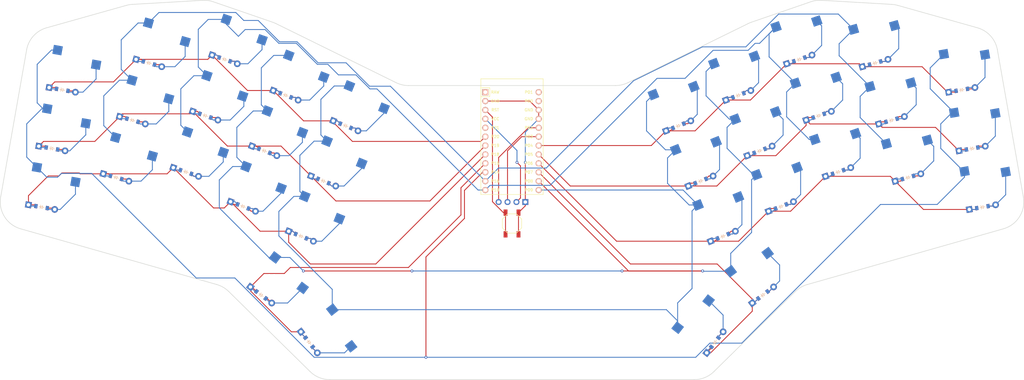
<source format=kicad_pcb>
(kicad_pcb (version 20241229) (generator "pcbnew") (generator_version "9.0")
  (title_block (title "unisweep") (rev "v1.0.0") (company "Unknown"))
  (layers (0 "F.Cu" signal) (2 "B.Cu" signal) (13 "F.Paste" user) (15 "B.Paste" user) (5 "F.SilkS" user) (7 "B.SilkS" user) (1 "F.Mask" user) (3 "B.Mask" user) (25 "Edge.Cuts" user))
  (net 0 "")
  (net 1 "P14")
  (net 2 "pinky_bottom")
  (net 3 "pinky_home")
  (net 4 "pinky_top")
  (net 5 "P16")
  (net 6 "ring_bottom")
  (net 7 "ring_home")
  (net 8 "ring_top")
  (net 9 "P10")
  (net 10 "middle_bottom")
  (net 11 "middle_home")
  (net 12 "middle_top")
  (net 13 "P8")
  (net 14 "index_bottom")
  (net 15 "index_home")
  (net 16 "index_top")
  (net 17 "P9")
  (net 18 "inner_bottom")
  (net 19 "inner_home")
  (net 20 "inner_top")
  (net 21 "left_onerow")
  (net 22 "right_onerow")
  (net 23 "mirror_pinky_bottom")
  (net 24 "mirror_pinky_home")
  (net 25 "mirror_pinky_top")
  (net 26 "mirror_ring_bottom")
  (net 27 "mirror_ring_home")
  (net 28 "mirror_ring_top")
  (net 29 "mirror_middle_bottom")
  (net 30 "mirror_middle_home")
  (net 31 "mirror_middle_top")
  (net 32 "mirror_index_bottom")
  (net 33 "mirror_index_home")
  (net 34 "mirror_index_top")
  (net 35 "mirror_inner_bottom")
  (net 36 "mirror_inner_home")
  (net 37 "mirror_inner_top")
  (net 38 "mirror_left_onerow")
  (net 39 "mirror_right_onerow")
  (net 40 "P18")
  (net 41 "P19")
  (net 42 "P20")
  (net 43 "P15")
  (net 44 "P6")
  (net 45 "P5")
  (net 46 "P4")
  (net 47 "P7")
  (net 48 "RAW")
  (net 49 "GND")
  (net 50 "RST")
  (net 51 "VCC")
  (net 52 "P21")
  (net 53 "P1")
  (net 54 "P0")
  (net 55 "P2")
  (net 56 "P3")
  (footprint "E73:SW_TACT_ALPS_SKQGABE010" (layer "F.Cu") (at 214.58338 125.444702 -90)
    (property "Reference" "B1" (hide yes))
    (property "Value" "" (hide yes))
  )
  (footprint "ComboDiode" (layer "F.Cu") (at 126.996142 94.662919 -19)
    (property "Reference" "D8" (hide yes))
    (property "Value" "" (hide yes))
  )
  (footprint "ComboDiode" (layer "F.Cu") (at 307.705276 110.736734 19)
    (property "Reference" "D24" (hide yes))
    (property "Value" "" (hide yes))
  )
  (footprint "ComboDiode" (layer "F.Cu") (at 272.523434 159.370892 52)
    (property "Reference" "D34" (hide yes))
    (property "Value" "" (hide yes))
  )
  (footprint "PG1350" (layer "F.Cu") (at 289.603959 115.911897 21)
    (property "Reference" "S27" (hide yes))
    (property "Value" "" (hide yes))
  )
  (footprint "PG1350" (layer "F.Cu") (at 112.267561 74.817966 -16)
    (property "Reference" "S6" (hide yes))
    (property "Value" "" (hide yes))
  )
  (footprint "PG1350" (layer "F.Cu") (at 139.562801 115.911897 -21)
    (property "Reference" "S10" (hide yes))
    (property "Value" "" (hide yes))
  )
  (footprint "PG1350" (layer "F.Cu") (at 145.655056 100.04103 -21)
    (property "Reference" "S11" (hide yes))
    (property "Value" "" (hide yes))
  )
  (footprint "PG1350" (layer "F.Cu") (at 260.219474 92.920451 22)
    (property "Reference" "S32" (hide yes))
    (property "Value" "" (hide yes))
  )
  (footprint "PG1350" (layer "F.Cu") (at 87.019996 82.36213 -10)
    (property "Reference" "S3" (hide yes))
    (property "Value" "" (hide yes))
  )
  (footprint "PG1350" (layer "F.Cu") (at 316.899199 74.817966 16)
    (property "Reference" "S23" (hide yes))
    (property "Value" "" (hide yes))
  )
  (footprint "PG1350" (layer "F.Cu") (at 326.270869 107.500864 16)
    (property "Reference" "S21" (hide yes))
    (property "Value" "" (hide yes))
  )
  (footprint "ComboDiode" (layer "F.Cu") (at 101.517704 112.307172 -16)
    (property "Reference" "D4" (hide yes))
    (property "Value" "" (hide yes))
  )
  (footprint "PG1350" (layer "F.Cu") (at 268.58338 156.292585 52)
    (property "Reference" "S34" (hide yes))
    (property "Value" "" (hide yes))
  )
  (footprint "PG1350" (layer "F.Cu") (at 160.58338 156.292585 -52)
    (property "Reference" "S17" (hide yes))
    (property "Value" "" (hide yes))
  )
  (footprint "PG1350" (layer "F.Cu") (at 145.936978 141.864559 -37)
    (property "Reference" "S16" (hide yes))
    (property "Value" "" (hide yes))
  )
  (footprint "PG1350" (layer "F.Cu") (at 295.008118 73.86151 19)
    (property "Reference" "S26" (hide yes))
    (property "Value" "" (hide yes))
  )
  (footprint "PG1350" (layer "F.Cu") (at 168.947285 92.920451 -22)
    (property "Reference" "S15" (hide yes))
    (property "Value" "" (hide yes))
  )
  (footprint "ComboDiode" (layer "F.Cu") (at 296.635959 78.589103 19)
    (property "Reference" "D26" (hide yes))
    (property "Value" "" (hide yes))
  )
  (footprint "PG1350" (layer "F.Cu") (at 123.089325 106.009141 -19)
    (property "Reference" "S7" (hide yes))
    (property "Value" "" (hide yes))
  )
  (footprint "PG1350" (layer "F.Cu") (at 84.067977 99.103861 -10)
    (property "Reference" "S2" (hide yes))
    (property "Value" "" (hide yes))
  )
  (footprint "ComboDiode" (layer "F.Cu") (at 83.199736 104.0279 -10)
    (property "Reference" "D2" (hide yes))
    (property "Value" "" (hide yes))
  )
  (footprint "ComboDiode" (layer "F.Cu") (at 279.211288 88.838065 21)
    (property "Reference" "D29" (hide yes))
    (property "Value" "" (hide yes))
  )
  (footprint "ComboDiode" (layer "F.Cu") (at 167.074252 97.55637 -22)
    (property "Reference" "D15" (hide yes))
    (property "Value" "" (hide yes))
  )
  (footprint "ComboDiode" (layer "F.Cu") (at 160.70594 113.318495 -22)
    (property "Reference" "D14" (hide yes))
    (property "Value" "" (hide yes))
  )
  (footprint "ComboDiode" (layer "F.Cu") (at 149.955472 88.838065 -21)
    (property "Reference" "D12" (hide yes))
    (property "Value" "" (hide yes))
  )
  (footprint "PG1350" (layer "F.Cu") (at 162.578973 108.682576 -22)
    (property "Reference" "S14" (hide yes))
    (property "Value" "" (hide yes))
  )
  (footprint "ComboDiode" (layer "F.Cu") (at 327.649056 112.307172 16)
    (property "Reference" "D21" (hide yes))
    (property "Value" "" (hide yes))
  )
  (footprint "ComboDiode" (layer "F.Cu") (at 110.889374 79.624275 -16)
    (property "Reference" "D6" (hide yes))
    (property "Value" "" (hide yes))
  )
  (footprint "ComboDiode" (layer "F.Cu") (at 137.770961 120.579799 -21)
    (property "Reference" "D10" (hide yes))
    (property "Value" "" (hide yes))
  )
  (footprint "PG1350" (layer "F.Cu") (at 277.419448 84.170163 21)
    (property "Reference" "S29" (hide yes))
    (property "Value" "" (hide yes))
  )
  (footprint "ComboDiode" (layer "F.Cu") (at 348.919043 120.769632 10)
    (property "Reference" "D18" (hide yes))
    (property "Value" "" (hide yes))
  )
  (footprint "PG1350" (layer "F.Cu") (at 107.581726 91.159415 -16)
    (property "Reference" "S5" (hide yes))
    (property "Value" "" (hide yes))
  )
  (footprint "ComboDiode" (layer "F.Cu") (at 121.461484 110.736734 -19)
    (property "Reference" "D7" (hide yes))
    (property "Value" "" (hide yes))
  )
  (footprint "ComboDiode" (layer "F.Cu") (at 343.015005 87.286168 10)
    (property "Reference" "D20" (hide yes))
    (property "Value" "" (hide yes))
  )
  (footprint "PG1350" (layer "F.Cu") (at 266.587787 108.682576 22)
    (property "Reference" "S31" (hide yes))
    (property "Value" "" (hide yes))
  )
  (footprint "PG1350" (layer "F.Cu") (at 300.542776 89.935326 19)
    (property "Reference" "S25" (hide yes))
    (property "Value" "" (hide yes))
  )
  (footprint "PG1350" (layer "F.Cu") (at 151.747311 84.170163 -21)
    (property "Reference" "S12" (hide yes))
    (property "Value" "" (hide yes))
  )
  (footprint "lib:OLED_headers" (layer "F.Cu") (at 208.58338 120.920451 90)
    (property "Reference" "OLED1" (hide yes))
    (property "Value" "OLED")
  )
  (footprint "PG1350" (layer "F.Cu") (at 102.895891 107.500864 -16)
    (property "Reference" "S4" (hide yes))
    (property "Value" "" (hide yes))
  )
  (footprint "ComboDiode" (layer "F.Cu") (at 318.277385 79.624275 16)
    (property "Reference" "D23" (hide yes))
    (property "Value" "" (hide yes))
  )
  (footprint "ComboDiode" (layer "F.Cu") (at 322.963221 95.965723 16)
    (property "Reference" "D22" (hide yes))
    (property "Value" "" (hide yes))
  )
  (footprint "ComboDiode" (layer "F.Cu") (at 106.203539 95.965723 -16)
    (property "Reference" "D5" (hide yes))
    (property "Value" "" (hide yes))
  )
  (footprint "ComboDiode" (layer "F.Cu") (at 302.170617 94.662919 19)
    (property "Reference" "D25" (hide yes))
    (property "Value" "" (hide yes))
  )
  (footprint "ProMicro" (layer "F.Cu") (at 214.58338 101.920451 -90)
    (property "Reference" "MCU1" (hide yes))
    (property "Value" "" (hide yes))
  )
  (footprint "PG1350" (layer "F.Cu") (at 283.229782 141.864559 37)
    (property "Reference" "S33" (hide yes))
    (property "Value" "" (hide yes))
  )
  (footprint "PG1350" (layer "F.Cu") (at 272.956098 124.444702 22)
    (property "Reference" "S30" (hide yes))
    (property "Value" "" (hide yes))
  )
  (footprint "ComboDiode" (layer "F.Cu") (at 143.863217 104.708932 -21)
    (property "Reference" "D11" (hide yes))
    (property "Value" "" (hide yes))
  )
  (footprint "PG1350" (layer "F.Cu") (at 321.585034 91.159415 16)
    (property "Reference" "S22" (hide yes))
    (property "Value" "" (hide yes))
  )
  (footprint "ComboDiode" (layer "F.Cu") (at 268.46082 113.318495 22)
    (property "Reference" "D31" (hide yes))
    (property "Value" "" (hide yes))
  )
  (footprint "PG1350" (layer "F.Cu") (at 306.077435 106.009141 19)
    (property "Reference" "S24" (hide yes))
    (property "Value" "" (hide yes))
  )
  (footprint "PG1350" (layer "F.Cu") (at 345.098783 99.103861 10)
    (property "Reference" "S19" (hide yes))
    (property "Value" "" (hide yes))
  )
  (footprint "ComboDiode" (layer "F.Cu") (at 291.395798 120.579799 21)
    (property "Reference" "D27" (hide yes))
    (property "Value" "" (hide yes))
  )
  (footprint "ComboDiode" (layer "F.Cu") (at 86.151755 87.286168 -10)
    (property "Reference" "D3" (hide yes))
    (property "Value" "" (hide yes))
  )
  (footprint "ComboDiode" (layer "F.Cu") (at 142.927903 145.857737 -37)
    (property "Reference" "D16" (hide yes))
    (property "Value" "" (hide yes))
  )
  (footprint "ComboDiode" (layer "F.Cu") (at 345.967024 104.0279 10)
    (property "Reference" "D19" (hide yes))
    (property "Value" "" (hide yes))
  )
  (footprint "PG1350" (layer "F.Cu") (at 156.210661 124.444702 -22)
    (property "Reference" "S13" (hide yes))
    (property "Value" "" (hide yes))
  )
  (footprint "PG1350" (layer "F.Cu") (at 81.115958 115.845593 -10)
    (property "Reference" "S1" (hide yes))
    (property "Value" "" (hide yes))
  )
  (footprint "ComboDiode" (layer "F.Cu") (at 132.530801 78.589103 -19)
    (property "Reference" "D9" (hide yes))
    (property "Value" "" (hide yes))
  )
  (footprint "PG1350" (layer "F.Cu") (at 134.158642 73.86151 -19)
    (property "Reference" "S9" (hide yes))
    (property "Value" "" (hide yes))
  )
  (footprint "PG1350" (layer "F.Cu") (at 348.050802 115.845593 10)
    (property "Reference" "S18" (hide yes))
    (property "Value" "" (hide yes))
  )
  (footprint "ComboDiode" (layer "F.Cu") (at 154.337628 129.080621 -22)
    (property "Reference" "D13" (hide yes))
    (property "Value" "" (hide yes))
  )
  (footprint "PG1350" (layer "F.Cu") (at 283.511703 100.04103 21)
    (property "Reference" "S28" (hide yes))
    (property "Value" "" (hide yes))
  )
  (footprint "ComboDiode" (layer "F.Cu") (at 80.247717 120.769632 -10)
    (property "Reference" "D1" (hide yes))
    (property "Value" "" (hide yes))
  )
  (footprint "ComboDiode" (layer "F.Cu") (at 156.643326 159.370892 -52)
    (property "Reference" "D17" (hide yes))
    (property "Value" "" (hide yes))
  )
  (footprint "ComboDiode" (layer "F.Cu") (at 274.829131 129.080621 22)
    (property "Reference" "D30" (hide yes))
    (property "Value" "" (hide yes))
  )
  (footprint "ComboDiode" (layer "F.Cu") (at 262.092507 97.55637 22)
    (property "Reference" "D32" (hide yes))
    (property "Value" "" (hide yes))
  )
  (footprint "ComboDiode" (layer "F.Cu") (at 286.238857 145.857737 37)
    (property "Reference" "D33" (hide yes))
    (property "Value" "" (hide yes))
  )
  (footprint "ComboDiode" (layer "F.Cu") (at 285.303543 104.708932 21)
    (property "Reference" "D28" (hide yes))
    (property "Value" "" (hide yes))
  )
  (footprint "PG1350" (layer "F.Cu") (at 342.146764 82.36213 10)
    (property "Reference" "S20" (hide yes))
    (property "Value" "" (hide yes))
  )
  (footprint "PG1350" (layer "F.Cu") (at 128.623983 89.935326 -19)
    (property "Reference" "S8" (hide yes))
    (property "Value" "" (hide yes))
  )
  (gr_line (start 68.572537 117.877618) (end 75.978966 75.873672) (stroke (width 0.15)) (layer "Edge.Cuts"))
  (gr_line (start 247.676657 85.231769) (end 282.009881 68.356028) (stroke (width 0.15)) (layer "Edge.Cuts"))
  (gr_arc (start 347.475173 69.561616) (mid 351.240817 71.894667) (end 353.187793 75.873672) (stroke (width 0.15)) (layer "Edge.Cuts"))
  (gr_line (start 295.47586 144.867637) (end 272.247937 167.723781) (stroke (width 0.15)) (layer "Edge.Cuts"))
  (gr_line (start 324.729108 63.164674) (end 347.475174 69.561616) (stroke (width 0.15)) (layer "Edge.Cuts"))
  (gr_line (start 130.266425 142.874557) (end 74.264438 126.962188) (stroke (width 0.15)) (layer "Edge.Cuts"))
  (gr_line (start 156.918823 167.723781) (end 133.690899 144.867637) (stroke (width 0.15)) (layer "Edge.Cuts"))
  (gr_arc (start 247.676657 85.231769) (mid 245.959229 85.844384) (end 244.147691 86.052187) (stroke (width 0.15)) (layer "Edge.Cuts"))
  (gr_line (start 106.140316 62.879336) (end 126.220825 61.714774) (stroke (width 0.15)) (layer "Edge.Cuts"))
  (gr_line (start 147.156879 68.356028) (end 181.490103 85.231769) (stroke (width 0.15)) (layer "Edge.Cuts"))
  (gr_line (start 354.902322 126.962188) (end 298.900334 142.874557) (stroke (width 0.15)) (layer "Edge.Cuts"))
  (gr_arc (start 299.878211 62.137206) (mid 301.391438 61.77614) (end 302.945935 61.714774) (stroke (width 0.15)) (layer "Edge.Cuts"))
  (gr_arc (start 104.437652 63.164673) (mid 105.281264 62.97594) (end 106.140316 62.879335) (stroke (width 0.15)) (layer "Edge.Cuts"))
  (gr_arc (start 74.264438 126.962188) (mid 69.671727 123.514329) (end 68.572537 117.877618) (stroke (width 0.15)) (layer "Edge.Cuts"))
  (gr_arc (start 185.019068 86.052186) (mid 183.20753 85.844383) (end 181.490103 85.231769) (stroke (width 0.15)) (layer "Edge.Cuts"))
  (gr_arc (start 295.47586 144.867637) (mid 297.062753 143.655733) (end 298.900334 142.874557) (stroke (width 0.15)) (layer "Edge.Cuts"))
  (gr_arc (start 146.232459 67.971462) (mid 146.700691 68.149269) (end 147.156879 68.356028) (stroke (width 0.15)) (layer "Edge.Cuts"))
  (gr_arc (start 272.247936 167.723781) (mid 269.668531 169.424801) (end 266.636901 170.021476) (stroke (width 0.15)) (layer "Edge.Cuts"))
  (gr_arc (start 162.529858 170.021476) (mid 159.498228 169.424801) (end 156.918823 167.723781) (stroke (width 0.15)) (layer "Edge.Cuts"))
  (gr_arc (start 75.978966 75.873672) (mid 77.925942 71.894667) (end 81.691586 69.561616) (stroke (width 0.15)) (layer "Edge.Cuts"))
  (gr_line (start 302.945935 61.714774) (end 323.026444 62.879336) (stroke (width 0.15)) (layer "Edge.Cuts"))
  (gr_line (start 353.187793 75.873672) (end 360.594222 117.877618) (stroke (width 0.15)) (layer "Edge.Cuts"))
  (gr_line (start 81.691586 69.561616) (end 104.437652 63.164674) (stroke (width 0.15)) (layer "Edge.Cuts"))
  (gr_line (start 129.288549 62.137206) (end 146.232459 67.971462) (stroke (width 0.15)) (layer "Edge.Cuts"))
  (gr_arc (start 360.594222 117.877617) (mid 359.495032 123.514328) (end 354.902322 126.962188) (stroke (width 0.15)) (layer "Edge.Cuts"))
  (gr_arc (start 282.009881 68.356028) (mid 282.466069 68.149269) (end 282.934301 67.971462) (stroke (width 0.15)) (layer "Edge.Cuts"))
  (gr_line (start 266.636901 170.021476) (end 162.529858 170.021476) (stroke (width 0.15)) (layer "Edge.Cuts"))
  (gr_arc (start 323.026444 62.879335) (mid 323.885496 62.97594) (end 324.729108 63.164674) (stroke (width 0.15)) (layer "Edge.Cuts"))
  (gr_arc (start 126.220825 61.714774) (mid 127.775322 61.77614) (end 129.288549 62.137206) (stroke (width 0.15)) (layer "Edge.Cuts"))
  (gr_arc (start 130.266425 142.874557) (mid 132.104006 143.655733) (end 133.690899 144.867637) (stroke (width 0.15)) (layer "Edge.Cuts"))
  (gr_line (start 185.019068 86.052187) (end 244.147691 86.052187) (stroke (width 0.15)) (layer "Edge.Cuts"))
  (gr_line (start 282.934301 67.971462) (end 299.878211 62.137206) (stroke (width 0.15)) (layer "Edge.Cuts"))
  (segment (start 206.189549 110.810451) (end 206.96338 110.810451) (width 0.25) (layer "F.Cu") (net 1))
  (segment (start 201 116) (end 206.189549 110.810451) (width 0.25) (layer "F.Cu") (net 1))
  (segment (start 190 135) (end 201 124) (width 0.25) (layer "F.Cu") (net 1))
  (segment (start 190 163.651713) (end 190 135) (width 0.25) (layer "F.Cu") (net 1))
  (segment (start 201 124) (end 201 116) (width 0.25) (layer "F.Cu") (net 1))
  (via (at 190 163.651713) (size 0.8) (drill 0.4) (layers "F.Cu" "B.Cu") (net 1))
  (segment (start 76 106.49337) (end 78.923919 109.417289) (width 0.25) (layer "B.Cu") (net 1))
  (segment (start 336 120) (end 343.79235 112.20765) (width 0.25) (layer "B.Cu") (net 1))
  (segment (start 79 80) (end 79 91) (width 0.25) (layer "B.Cu") (net 1))
  (segment (start 135.439272 141) (end 158.090985 163.651713) (width 0.25) (layer "B.Cu") (net 1))
  (segment (start 78.923919 109.417289) (end 81.75037 112.24374) (width 0.25) (layer "B.Cu") (net 1))
  (segment (start 267.037146 163.651713) (end 271.067751 159.621108) (width 0.25) (layer "B.Cu") (net 1))
  (segment (start 79 91) (end 80.675557 92.675557) (width 0.25) (layer "B.Cu") (net 1))
  (segment (start 343.79235 112.20765) (end 343.79235 110.554685) (width 0.25) (layer "B.Cu") (net 1))
  (segment (start 271.067751 159.621108) (end 280.195831 159.621108) (width 0.25) (layer "B.Cu") (net 1))
  (segment (start 81.75037 112.24374) (end 84.815177 112.24374) (width 0.25) (layer "B.Cu") (net 1))
  (segment (start 337 104) (end 343.554685 110.554685) (width 0.25) (layer "B.Cu") (net 1))
  (segment (start 124.404512 141) (end 135.439272 141) (width 0.25) (layer "B.Cu") (net 1))
  (segment (start 334 86.972622) (end 340.840331 93.812953) (width 0.25) (layer "B.Cu") (net 1))
  (segment (start 80.324443 92.675557) (end 76 97) (width 0.25) (layer "B.Cu") (net 1))
  (segment (start 85.914112 111.144805) (end 94.549317 111.144805) (width 0.25) (layer "B.Cu") (net 1))
  (segment (start 334 81) (end 334 86.972622) (width 0.25) (layer "B.Cu") (net 1))
  (segment (start 83.066174 75.933826) (end 79 80) (width 0.25) (layer "B.Cu") (net 1))
  (segment (start 94.549317 111.144805) (end 124.404512 141) (width 0.25) (layer "B.Cu") (net 1))
  (segment (start 343.554685 110.554685) (end 343.79235 110.554685) (width 0.25) (layer "B.Cu") (net 1))
  (segment (start 340.187047 93.812953) (end 337 97) (width 0.25) (layer "B.Cu") (net 1))
  (segment (start 84.827957 75.933826) (end 83.066174 75.933826) (width 0.25) (layer "B.Cu") (net 1))
  (segment (start 158.090985 163.651713) (end 190 163.651713) (width 0.25) (layer "B.Cu") (net 1))
  (segment (start 76 97) (end 76 106.49337) (width 0.25) (layer "B.Cu") (net 1))
  (segment (start 280.195831 159.621108) (end 319.816939 120) (width 0.25) (layer "B.Cu") (net 1))
  (segment (start 337.888312 77.071222) (end 337.888312 77.111688) (width 0.25) (layer "B.Cu") (net 1))
  (segment (start 80.675557 92.675557) (end 81.875938 92.675557) (width 0.25) (layer "B.Cu") (net 1))
  (segment (start 337 97) (end 337 104) (width 0.25) (layer "B.Cu") (net 1))
  (segment (start 319.816939 120) (end 336 120) (width 0.25) (layer "B.Cu") (net 1))
  (segment (start 337.888312 77.111688) (end 334 81) (width 0.25) (layer "B.Cu") (net 1))
  (segment (start 81.875938 92.675557) (end 80.324443 92.675557) (width 0.25) (layer "B.Cu") (net 1))
  (segment (start 84.815177 112.24374) (end 85.914112 111.144805) (width 0.25) (layer "B.Cu") (net 1))
  (segment (start 340.840331 93.812953) (end 340.187047 93.812953) (width 0.25) (layer "B.Cu") (net 1))
  (segment (start 190 163.651713) (end 267.037146 163.651713) (width 0.25) (layer "B.Cu") (net 1))
  (segment (start 81.87265 121.056151) (end 83.624754 121.056151) (width 0.25) (layer "F.Cu") (net 2))
  (segment (start 83.624754 121.056151) (end 83.999835 121.431232) (width 0.25) (layer "F.Cu") (net 2))
  (segment (start 85.568768 121.431232) (end 83.999835 121.431232) (width 0.25) (layer "B.Cu") (net 2))
  (segment (start 89.916423 117.083577) (end 85.568768 121.431232) (width 0.25) (layer "B.Cu") (net 2))
  (segment (start 83.999835 121.431232) (end 82.247731 121.431232) (width 0.25) (layer "B.Cu") (net 2))
  (segment (start 82.247731 121.431232) (end 81.87265 121.056151) (width 0.25) (layer "B.Cu") (net 2))
  (segment (start 89.916423 113.589503) (end 89.916423 117.083577) (width 0.25) (layer "B.Cu") (net 2))
  (segment (start 84.824669 104.314419) (end 86.576773 104.314419) (width 0.25) (layer "F.Cu") (net 3))
  (segment (start 86.576773 104.314419) (end 86.951854 104.6895) (width 0.25) (layer "F.Cu") (net 3))
  (segment (start 86.951854 104.6895) (end 85.19975 104.6895) (width 0.25) (layer "B.Cu") (net 3))
  (segment (start 88.3105 104.6895) (end 86.951854 104.6895) (width 0.25) (layer "B.Cu") (net 3))
  (segment (start 85.19975 104.6895) (end 84.824669 104.314419) (width 0.25) (layer "B.Cu") (net 3))
  (segment (start 92.868442 96.847771) (end 92.868442 100.131558) (width 0.25) (layer "B.Cu") (net 3))
  (segment (start 92.868442 100.131558) (end 88.3105 104.6895) (width 0.25) (layer "B.Cu") (net 3))
  (segment (start 89.528792 87.572687) (end 89.903873 87.947768) (width 0.25) (layer "F.Cu") (net 4))
  (segment (start 87.776688 87.572687) (end 89.528792 87.572687) (width 0.25) (layer "F.Cu") (net 4))
  (segment (start 89.903873 87.947768) (end 88.151769 87.947768) (width 0.25) (layer "B.Cu") (net 4))
  (segment (start 95.820461 84.179539) (end 92.052232 87.947768) (width 0.25) (layer "B.Cu") (net 4))
  (segment (start 95.820461 80.10604) (end 95.820461 84.179539) (width 0.25) (layer "B.Cu") (net 4))
  (segment (start 92.052232 87.947768) (end 89.903873 87.947768) (width 0.25) (layer "B.Cu") (net 4))
  (segment (start 88.151769 87.947768) (end 87.776688 87.572687) (width 0.25) (layer "B.Cu") (net 4))
  (segment (start 153.18681 73.549) (end 148.18681 73.549) (width 0.25) (layer "B.Cu") (net 5))
  (segment (start 107.804253 68.195747) (end 103 73) (width 0.25) (layer "B.Cu") (net 5))
  (segment (start 110.759471 68.195747) (end 107.804253 68.195747) (width 0.25) (layer "B.Cu") (net 5))
  (segment (start 308 74.112196) (end 308 77.54576) (width 0.25) (layer "B.Cu") (net 5))
  (segment (start 148.18681 73.549) (end 142.096419 67.458609) (width 0.25) (layer "B.Cu") (net 5))
  (segment (start 102.462804 84.537196) (end 98 89) (width 0.25) (layer "B.Cu") (net 5))
  (segment (start 314 89.13948) (end 314 95.201374) (width 0.25) (layer "B.Cu") (net 5))
  (segment (start 167.18681 79.549) (end 159.18681 79.549) (width 0.25) (layer "B.Cu") (net 5))
  (segment (start 179.866116 86.253187) (end 173.890997 86.253187) (width 0.25) (layer "B.Cu") (net 5))
  (segment (start 173.890997 86.253187) (end 167.18681 79.549) (width 0.25) (layer "B.Cu") (net 5))
  (segment (start 206.96338 113.350451) (end 179.866116 86.253187) (width 0.25) (layer "B.Cu") (net 5))
  (segment (start 312.111025 70.001171) (end 308 74.112196) (width 0.25) (layer "B.Cu") (net 5))
  (segment (start 314 95.201374) (end 321.482695 102.684069) (width 0.25) (layer "B.Cu") (net 5))
  (segment (start 137.971773 67.458609) (end 135.70419 65.191026) (width 0.25) (layer "B.Cu") (net 5))
  (segment (start 142.096419 67.458609) (end 137.971773 67.458609) (width 0.25) (layer "B.Cu") (net 5))
  (segment (start 249.305148 84.655288) (end 224.352285 109.608151) (width 0.25) (layer "B.Cu") (net 5))
  (segment (start 316.79686 86.34262) (end 314 89.13948) (width 0.25) (layer "B.Cu") (net 5))
  (segment (start 290.713616 65.643326) (end 281.356942 75) (width 0.25) (layer "B.Cu") (net 5))
  (segment (start 312.111025 70.001171) (end 307.75318 65.643326) (width 0.25) (layer "B.Cu") (net 5))
  (segment (start 281.356942 75) (end 268.948563 75) (width 0.25) (layer "B.Cu") (net 5))
  (segment (start 113.764192 65.191026) (end 110.759471 68.195747) (width 0.25) (layer "B.Cu") (net 5))
  (segment (start 307.75318 65.643326) (end 290.713616 65.643326) (width 0.25) (layer "B.Cu") (net 5))
  (segment (start 135.70419 65.191026) (end 113.764192 65.191026) (width 0.25) (layer "B.Cu") (net 5))
  (segment (start 106.073636 84.537196) (end 102.462804 84.537196) (width 0.25) (layer "B.Cu") (net 5))
  (segment (start 224.352285 109.608151) (end 210.70568 109.608151) (width 0.25) (layer "B.Cu") (net 5))
  (segment (start 98 97.490844) (end 101.387801 100.878645) (width 0.25) (layer "B.Cu") (net 5))
  (segment (start 159.18681 79.549) (end 153.18681 73.549) (width 0.25) (layer "B.Cu") (net 5))
  (segment (start 308 77.54576) (end 316.79686 86.34262) (width 0.25) (layer "B.Cu") (net 5))
  (segment (start 103 81.46356) (end 106.073636 84.537196) (width 0.25) (layer "B.Cu") (net 5))
  (segment (start 98 89) (end 98 97.490844) (width 0.25) (layer "B.Cu") (net 5))
  (segment (start 268.948563 75) (end 249.305148 84.655288) (width 0.25) (layer "B.Cu") (net 5))
  (segment (start 103 73) (end 103 81.46356) (width 0.25) (layer "B.Cu") (net 5))
  (segment (start 210.70568 109.608151) (end 206.96338 113.350451) (width 0.25) (layer "B.Cu") (net 5))
  (segment (start 103.103786 112.761974) (end 104.584735 112.761974) (width 0.25) (layer "F.Cu") (net 6))
  (segment (start 104.584735 112.761974) (end 105.180111 113.35735) (width 0.25) (layer "F.Cu") (net 6))
  (segment (start 111.883972 110.116028) (end 108.64265 113.35735) (width 0.25) (layer "B.Cu") (net 6))
  (segment (start 111.883972 106.177032) (end 111.883972 110.116028) (width 0.25) (layer "B.Cu") (net 6))
  (segment (start 103.699162 113.35735) (end 103.103786 112.761974) (width 0.25) (layer "B.Cu") (net 6))
  (segment (start 105.180111 113.35735) (end 103.699162 113.35735) (width 0.25) (layer "B.Cu") (net 6))
  (segment (start 108.64265 113.35735) (end 105.180111 113.35735) (width 0.25) (layer "B.Cu") (net 6))
  (segment (start 109.27057 96.420525) (end 109.865946 97.015901) (width 0.25) (layer "F.Cu") (net 7))
  (segment (start 107.789621 96.420525) (end 109.27057 96.420525) (width 0.25) (layer "F.Cu") (net 7))
  (segment (start 116.569807 89.835583) (end 116.569807 93.430193) (width 0.25) (layer "B.Cu") (net 7))
  (segment (start 116.569807 93.430193) (end 112.984099 97.015901) (width 0.25) (layer "B.Cu") (net 7))
  (segment (start 109.865946 97.015901) (end 108.384997 97.015901) (width 0.25) (layer "B.Cu") (net 7))
  (segment (start 112.984099 97.015901) (end 109.865946 97.015901) (width 0.25) (layer "B.Cu") (net 7))
  (segment (start 108.384997 97.015901) (end 107.789621 96.420525) (width 0.25) (layer "B.Cu") (net 7))
  (segment (start 113.956405 80.079077) (end 114.551781 80.674453) (width 0.25) (layer "F.Cu") (net 8))
  (segment (start 112.475456 80.079077) (end 113.956405 80.079077) (width 0.25) (layer "F.Cu") (net 8))
  (segment (start 113.070832 80.674453) (end 112.475456 80.079077) (width 0.25) (layer "B.Cu") (net 8))
  (segment (start 114.551781 80.674453) (end 113.070832 80.674453) (width 0.25) (layer "B.Cu") (net 8))
  (segment (start 118.325547 80.674453) (end 114.551781 80.674453) (width 0.25) (layer "B.Cu") (net 8))
  (segment (start 121.255642 77.744358) (end 118.325547 80.674453) (width 0.25) (layer "B.Cu") (net 8))
  (segment (start 121.255642 73.494134) (end 121.255642 77.744358) (width 0.25) (layer "B.Cu") (net 8))
  (segment (start 153 74) (end 159 80) (width 0.25) (layer "B.Cu") (net 9))
  (segment (start 165 83) (end 170 83) (width 0.25) (layer "B.Cu") (net 9))
  (segment (start 125 70) (end 125 80.778715) (width 0.25) (layer "B.Cu") (net 9))
  (segment (start 138.387197 70.067656) (end 144.067656 70.067656) (width 0.25) (layer "B.Cu") (net 9))
  (segment (start 132.999199 67.169439) (end 132.999199 68.544346) (width 0.25) (layer "B.Cu") (net 9))
  (segment (start 288 71.276324) (end 288 77.866654) (width 0.25) (layer "B.Cu") (net 9))
  (segment (start 282 76) (end 272 76) (width 0.25) (layer "B.Cu") (net 9))
  (segment (start 125 80.778715) (end 127.46454 83.243255) (width 0.25) (layer "B.Cu") (net 9))
  (segment (start 170 83) (end 174 87) (width 0.25) (layer "B.Cu") (net 9))
  (segment (start 295.509072 85.375726) (end 293 87.884798) (width 0.25) (layer "B.Cu") (net 9))
  (segment (start 288 77.866654) (end 295.509072 85.375726) (width 0.25) (layer "B.Cu") (net 9))
  (segment (start 272 76) (end 264 84) (width 0.25) (layer "B.Cu") (net 9))
  (segment (start 132.999199 68.544346) (end 136.454853 72) (width 0.25) (layer "B.Cu") (net 9))
  (segment (start 293 95) (end 299.449541 101.449541) (width 0.25) (layer "B.Cu") (net 9))
  (segment (start 176 87) (end 204.890451 115.890451) (width 0.25) (layer "B.Cu") (net 9))
  (segment (start 204.890451 115.890451) (end 206.96338 115.890451) (width 0.25) (layer "B.Cu") (net 9))
  (segment (start 144.067656 70.067656) (end 148 74) (width 0.25) (layer "B.Cu") (net 9))
  (segment (start 120 97.387188) (end 121.929882 99.31707) (width 0.25) (layer "B.Cu") (net 9))
  (segment (start 256 84) (end 225.447249 114.552751) (width 0.25) (layer "B.Cu") (net 9))
  (segment (start 293 87.884798) (end 293 95) (width 0.25) (layer "B.Cu") (net 9))
  (segment (start 289.974414 69.30191) (end 288 71.276324) (width 0.25) (layer "B.Cu") (net 9))
  (segment (start 174 87) (end 176 87) (width 0.25) (layer "B.Cu") (net 9))
  (segment (start 264 84) (end 256 84) (width 0.25) (layer "B.Cu") (net 9))
  (segment (start 162 80) (end 165 83) (width 0.25) (layer "B.Cu") (net 9))
  (segment (start 225.447249 114.552751) (end 208.30108 114.552751) (width 0.25) (layer "B.Cu") (net 9))
  (segment (start 127.830561 67.169439) (end 125 70) (width 0.25) (layer "B.Cu") (net 9))
  (segment (start 132.999199 67.169439) (end 127.830561 67.169439) (width 0.25) (layer "B.Cu") (net 9))
  (segment (start 299.449541 101.449541) (end 301.043731 101.449541) (width 0.25) (layer "B.Cu") (net 9))
  (segment (start 127.46454 83.243255) (end 123.756745 83.243255) (width 0.25) (layer "B.Cu") (net 9))
  (segment (start 148 74) (end 153 74) (width 0.25) (layer "B.Cu") (net 9))
  (segment (start 284 74) (end 282 76) (width 0.25) (layer "B.Cu") (net 9))
  (segment (start 285.276324 74) (end 284 74) (width 0.25) (layer "B.Cu") (net 9))
  (segment (start 208.30108 114.552751) (end 206.96338 115.890451) (width 0.25) (layer "B.Cu") (net 9))
  (segment (start 159 80) (end 162 80) (width 0.25) (layer "B.Cu") (net 9))
  (segment (start 120 87) (end 120 97.387188) (width 0.25) (layer "B.Cu") (net 9))
  (segment (start 289.974414 69.30191) (end 285.276324 74) (width 0.25) (layer "B.Cu") (net 9))
  (segment (start 123.756745 83.243255) (end 120 87) (width 0.25) (layer "B.Cu") (net 9))
  (segment (start 136.454853 72) (end 138.387197 70.067656) (width 0.25) (layer "B.Cu") (net 9))
  (segment (start 125.06391 111.977149) (end 123.724818 111.977149) (width 0.25) (layer "F.Cu") (net 10))
  (segment (start 123.724818 111.977149) (end 123.02159 111.273921) (width 0.25) (layer "F.Cu") (net 10))
  (segment (start 125.06391 111.977149) (end 123.724818 111.977149) (width 0.25) (layer "B.Cu") (net 10))
  (segment (start 132.134372 105.157523) (end 132.134372 107.865628) (width 0.25) (layer "B.Cu") (net 10))
  (segment (start 128.022851 111.977149) (end 125.06391 111.977149) (width 0.25) (layer "B.Cu") (net 10))
  (segment (start 123.724818 111.977149) (end 123.02159 111.273921) (width 0.25) (layer "B.Cu") (net 10))
  (segment (start 132.134372 107.865628) (end 128.022851 111.977149) (width 0.25) (layer "B.Cu") (net 10))
  (segment (start 128.556248 95.200106) (end 129.89534 95.200106) (width 0.25) (layer "F.Cu") (net 11))
  (segment (start 129.89534 95.200106) (end 130.598568 95.903334) (width 0.25) (layer "F.Cu") (net 11))
  (segment (start 130.598568 95.903334) (end 129.259476 95.903334) (width 0.25) (layer "B.Cu") (net 11))
  (segment (start 134.096666 95.903334) (end 130.598568 95.903334) (width 0.25) (layer "B.Cu") (net 11))
  (segment (start 129.259476 95.903334) (end 128.556248 95.200106) (width 0.25) (layer "B.Cu") (net 11))
  (segment (start 137.66903 89.083708) (end 138 89.414678) (width 0.25) (layer "B.Cu") (net 11))
  (segment (start 138 89.414678) (end 138 92) (width 0.25) (layer "B.Cu") (net 11))
  (segment (start 138 92) (end 134.096666 95.903334) (width 0.25) (layer "B.Cu") (net 11))
  (segment (start 135.429999 79.12629) (end 136.133227 79.829518) (width 0.25) (layer "F.Cu") (net 12))
  (segment (start 134.090907 79.12629) (end 135.429999 79.12629) (width 0.25) (layer "F.Cu") (net 12))
  (segment (start 134.090907 79.12629) (end 135.429999 79.12629) (width 0.25) (layer "B.Cu") (net 12))
  (segment (start 143.203689 75.796311) (end 139.170482 79.829518) (width 0.25) (layer "B.Cu") (net 12))
  (segment (start 135.429999 79.12629) (end 136.133227 79.829518) (width 0.25) (layer "B.Cu") (net 12))
  (segment (start 143.203689 73.009892) (end 143.203689 75.796311) (width 0.25) (layer "B.Cu") (net 12))
  (segment (start 139.170482 79.829518) (end 136.133227 79.829518) (width 0.25) (layer "B.Cu") (net 12))
  (segment (start 155 139) (end 155 138.756626) (width 0.25) (layer "F.Cu") (net 13))
  (segment (start 247.852929 139) (end 222.20338 113.350451) (width 0.25) (layer "F.Cu") (net 13))
  (segment (start 269 139) (end 247.852929 139) (width 0.25) (layer "F.Cu") (net 13))
  (segment (start 186 139) (end 155 139) (width 0.25) (layer "F.Cu") (net 13))
  (segment (start 269 139) (end 246 139) (width 0.25) (layer "F.Cu") (net 13))
  (via blind (at 155 139) (size 0.8) (drill 0.4) (layers "F.Cu" "B.Cu") (net 13))
  (via (at 186 139) (size 0.8) (drill 0.4) (layers "F.Cu" "B.Cu") (net 13))
  (via (at 246 139) (size 0.8) (drill 0.4) (layers "F.Cu" "B.Cu") (net 13))
  (via blind (at 269 139) (size 0.8) (drill 0.4) (layers "F.Cu" "B.Cu") (net 13))
  (segment (start 146.558296 77.441704) (end 143 81) (width 0.25) (layer "B.Cu") (net 13))
  (segment (start 272.229683 79.789014) (end 270 82.018697) (width 0.25) (layer "B.Cu") (net 13))
  (segment (start 276 104) (end 283.530748 111.530748) (width 0.25) (layer "B.Cu") (net 13))
  (segment (start 276 97.981819) (end 276 104) (width 0.25) (layer "B.Cu") (net 13))
  (segment (start 276.659881 95.659881) (end 278.321938 95.659881) (width 0.25) (layer "B.Cu") (net 13))
  (segment (start 270 89) (end 276.659881 95.659881) (width 0.25) (layer "B.Cu") (net 13))
  (segment (start 136 98) (end 136 106.545824) (width 0.25) (layer "B.Cu") (net 13))
  (segment (start 283.530748 111.530748) (end 284.414194 111.530748) (width 0.25) (layer "B.Cu") (net 13))
  (segment (start 278.321938 95.659881) (end 276 97.981819) (width 0.25) (layer "B.Cu") (net 13))
  (segment (start 277.033451 139.083622) (end 269.083622 139.083622) (width 0.25) (layer "B.Cu") (net 13))
  (segment (start 150.822124 77.441704) (end 146.558296 77.441704) (width 0.25) (layer "B.Cu") (net 13))
  (segment (start 270 82.018697) (end 270 89) (width 0.25) (layer "B.Cu") (net 13))
  (segment (start 277.033451 133.966549) (end 277.033451 139.083622) (width 0.25) (layer "B.Cu") (net 13))
  (segment (start 155 139) (end 151.141734 135.141734) (width 0.25) (layer "B.Cu") (net 13))
  (segment (start 138.637614 109.183438) (end 134.816562 109.183438) (width 0.25) (layer "B.Cu") (net 13))
  (segment (start 140.687429 93.312571) (end 136 98) (width 0.25) (layer "B.Cu") (net 13))
  (segment (start 283 128) (end 277.033451 133.966549) (width 0.25) (layer "B.Cu") (net 13))
  (segment (start 143 81) (end 143 91.582702) (width 0.25) (layer "B.Cu") (net 13))
  (segment (start 145.141734 135.141734) (end 146.902246 135.141734) (width 0.25) (layer "B.Cu") (net 13))
  (segment (start 131 113) (end 131 121) (width 0.25) (layer "B.Cu") (net 13))
  (segment (start 284.414194 111.530748) (end 283 112.944942) (width 0.25) (layer "B.Cu") (net 13))
  (segment (start 144.729869 93.312571) (end 140.687429 93.312571) (width 0.25) (layer "B.Cu") (net 13))
  (segment (start 143 91.582702) (end 144.729869 93.312571) (width 0.25) (layer "B.Cu") (net 13))
  (segment (start 131 121) (end 145.141734 135.141734) (width 0.25) (layer "B.Cu") (net 13))
  (segment (start 246 139) (end 186 139) (width 0.25) (layer "B.Cu") (net 13))
  (segment (start 269.083622 139.083622) (end 269 139) (width 0.25) (layer "B.Cu") (net 13))
  (segment (start 134.816562 109.183438) (end 131 113) (width 0.25) (layer "B.Cu") (net 13))
  (segment (start 283 112.944942) (end 283 128) (width 0.25) (layer "B.Cu") (net 13))
  (segment (start 151.141734 135.141734) (end 146.902246 135.141734) (width 0.25) (layer "B.Cu") (net 13))
  (segment (start 136 106.545824) (end 138.637614 109.183438) (width 0.25) (layer "B.Cu") (net 13))
  (segment (start 141.327902 121.945181) (end 140.085444 121.945181) (width 0.25) (layer "F.Cu") (net 14))
  (segment (start 140.085444 121.945181) (end 139.311369 121.171106) (width 0.25) (layer "F.Cu") (net 14))
  (segment (start 148.632059 115.376465) (end 148.632059 116.768954) (width 0.25) (layer "B.Cu") (net 14))
  (segment (start 143.455832 121.945181) (end 141.327902 121.945181) (width 0.25) (layer "B.Cu") (net 14))
  (segment (start 140.553827 121.171106) (end 141.327902 121.945181) (width 0.25) (layer "B.Cu") (net 14))
  (segment (start 139.311369 121.171106) (end 140.553827 121.171106) (width 0.25) (layer "B.Cu") (net 14))
  (segment (start 148.632059 116.768954) (end 143.455832 121.945181) (width 0.25) (layer "B.Cu") (net 14))
  (segment (start 146.646083 105.300239) (end 147.420158 106.074314) (width 0.25) (layer "F.Cu") (net 15))
  (segment (start 145.403625 105.300239) (end 146.646083 105.300239) (width 0.25) (layer "F.Cu") (net 15))
  (segment (start 154.724314 102.275686) (end 150.925686 106.074314) (width 0.25) (layer "B.Cu") (net 15))
  (segment (start 147.420158 106.074314) (end 146.1777 106.074314) (width 0.25) (layer "B.Cu") (net 15))
  (segment (start 154.724314 99.505598) (end 154.724314 102.275686) (width 0.25) (layer "B.Cu") (net 15))
  (segment (start 150.925686 106.074314) (end 147.420158 106.074314) (width 0.25) (layer "B.Cu") (net 15))
  (segment (start 146.1777 106.074314) (end 145.403625 105.300239) (width 0.25) (layer "B.Cu") (net 15))
  (segment (start 151.49588 89.429372) (end 152.738338 89.429372) (width 0.25) (layer "F.Cu") (net 16))
  (segment (start 152.738338 89.429372) (end 153.512413 90.203447) (width 0.25) (layer "F.Cu") (net 16))
  (segment (start 151.49588 89.429372) (end 152.738338 89.429372) (width 0.25) (layer "B.Cu") (net 16))
  (segment (start 156.796553 90.203447) (end 153.512413 90.203447) (width 0.25) (layer "B.Cu") (net 16))
  (segment (start 160.816569 86.183431) (end 156.796553 90.203447) (width 0.25) (layer "B.Cu") (net 16))
  (segment (start 160.816569 83.634731) (end 160.816569 86.183431) (width 0.25) (layer "B.Cu") (net 16))
  (segment (start 152.738338 89.429372) (end 153.512413 90.203447) (width 0.25) (layer "B.Cu") (net 16))
  (segment (start 266 121.845457) (end 266 144) (width 0.25) (layer "B.Cu") (net 17))
  (segment (start 263.426318 115.890451) (end 222.20338 115.890451) (width 0.25) (layer "B.Cu") (net 17))
  (segment (start 259 114) (end 265.154795 120.154795) (width 0.25) (layer "B.Cu") (net 17))
  (segment (start 261.878425 148.121575) (end 261.878425 155.210134) (width 0.25) (layer "B.Cu") (net 17))
  (segment (start 163.82313 86.17687) (end 160 90) (width 0.25) (layer "B.Cu") (net 17))
  (segment (start 163.255753 150.048664) (end 258.660916 150.048664) (width 0.25) (layer "B.Cu") (net 17))
  (segment (start 152.298879 117.701121) (end 148 122) (width 0.25) (layer "B.Cu") (net 17))
  (segment (start 261.322351 104.392669) (end 259 106.71502) (width 0.25) (layer "B.Cu") (net 17))
  (segment (start 267.690662 120.154795) (end 263.426318 115.890451) (width 0.25) (layer "B.Cu") (net 17))
  (segment (start 163.255753 144.255753) (end 163.255753 150.048664) (width 0.25) (layer "B.Cu") (net 17))
  (segment (start 160 100.16764) (end 161.771355 101.938995) (width 0.25) (layer "B.Cu") (net 17))
  (segment (start 265.154795 120.154795) (end 267.690662 120.154795) (width 0.25) (layer "B.Cu") (net 17))
  (segment (start 258.660916 150.048664) (end 261.878425 153.266173) (width 0.25) (layer "B.Cu") (net 17))
  (segment (start 161.771355 101.938995) (end 158.061005 101.938995) (width 0.25) (layer "B.Cu") (net 17))
  (segment (start 158.061005 101.938995) (end 154 106) (width 0.25) (layer "B.Cu") (net 17))
  (segment (start 258.392669 104.392669) (end 261.322351 104.392669) (width 0.25) (layer "B.Cu") (net 17))
  (segment (start 261.878425 153.266173) (end 261.878425 155.210134) (width 0.25) (layer "B.Cu") (net 17))
  (segment (start 160 90) (end 160 100.16764) (width 0.25) (layer "B.Cu") (net 17))
  (segment (start 267.690662 120.154795) (end 266 121.845457) (width 0.25) (layer "B.Cu") (net 17))
  (segment (start 148 129) (end 163.255753 144.255753) (width 0.25) (layer "B.Cu") (net 17))
  (segment (start 259 106.71502) (end 259 114) (width 0.25) (layer "B.Cu") (net 17))
  (segment (start 148 122) (end 148 129) (width 0.25) (layer "B.Cu") (net 17))
  (segment (start 154 106) (end 154 116.298078) (width 0.25) (layer "B.Cu") (net 17))
  (segment (start 254.954038 88.630544) (end 253 90.584582) (width 0.25) (layer "B.Cu") (net 17))
  (segment (start 155.403043 117.701121) (end 152.298879 117.701121) (width 0.25) (layer "B.Cu") (net 17))
  (segment (start 168.139667 86.17687) (end 163.82313 86.17687) (width 0.25) (layer "B.Cu") (net 17))
  (segment (start 155.403043 117.701121) (end 155.403043 118.86281) (width 0.25) (layer "B.Cu") (net 17))
  (segment (start 253 99) (end 258.392669 104.392669) (width 0.25) (layer "B.Cu") (net 17))
  (segment (start 266 144) (end 261.878425 148.121575) (width 0.25) (layer "B.Cu") (net 17))
  (segment (start 154 116.298078) (end 155.403043 117.701121) (width 0.25) (layer "B.Cu") (net 17))
  (segment (start 253 90.584582) (end 253 99) (width 0.25) (layer "B.Cu") (net 17))
  (segment (start 157.061048 129.698722) (end 157.870198 130.507872) (width 0.25) (layer "F.Cu") (net 18))
  (segment (start 155.867481 129.698722) (end 157.061048 129.698722) (width 0.25) (layer "F.Cu") (net 18))
  (segment (start 160.249738 130.507872) (end 157.870198 130.507872) (width 0.25) (layer "B.Cu") (net 18))
  (segment (start 165.287882 125.469728) (end 160.249738 130.507872) (width 0.25) (layer "B.Cu") (net 18))
  (segment (start 155.867481 129.698722) (end 157.061048 129.698722) (width 0.25) (layer "B.Cu") (net 18))
  (segment (start 157.061048 129.698722) (end 157.870198 130.507872) (width 0.25) (layer "B.Cu") (net 18))
  (segment (start 165.287882 124.067632) (end 165.287882 125.469728) (width 0.25) (layer "B.Cu") (net 18))
  (segment (start 164.23851 114.745746) (end 163.044943 114.745746) (width 0.25) (layer "F.Cu") (net 19))
  (segment (start 163.044943 114.745746) (end 162.235793 113.936596) (width 0.25) (layer "F.Cu") (net 19))
  (segment (start 164.23851 114.745746) (end 163.044943 114.745746) (width 0.25) (layer "B.Cu") (net 19))
  (segment (start 171.656194 108.305506) (end 171.656194 109.707602) (width 0.25) (layer "B.Cu") (net 19))
  (segment (start 163.044943 114.745746) (end 162.235793 113.936596) (width 0.25) (layer "B.Cu") (net 19))
  (segment (start 171.656194 109.707602) (end 166.61805 114.745746) (width 0.25) (layer "B.Cu") (net 19))
  (segment (start 166.61805 114.745746) (end 164.23851 114.745746) (width 0.25) (layer "B.Cu") (net 19))
  (segment (start 168.604105 98.174471) (end 169.797672 98.174471) (width 0.25) (layer "F.Cu") (net 20))
  (segment (start 169.797672 98.174471) (end 170.606822 98.983621) (width 0.25) (layer "F.Cu") (net 20))
  (segment (start 178.024506 93.945477) (end 172.986362 98.983621) (width 0.25) (layer "B.Cu") (net 20))
  (segment (start 178.024506 92.543381) (end 178.024506 93.945477) (width 0.25) (layer "B.Cu") (net 20))
  (segment (start 169.797672 98.174471) (end 170.606822 98.983621) (width 0.25) (layer "B.Cu") (net 20))
  (segment (start 172.986362 98.983621) (end 170.606822 98.983621) (width 0.25) (layer "B.Cu") (net 20))
  (segment (start 168.604105 98.174471) (end 169.797672 98.174471) (width 0.25) (layer "B.Cu") (net 20))
  (segment (start 144.670784 146.850732) (end 145.970704 148.150652) (width 0.25) (layer "F.Cu") (net 21))
  (segment (start 144.245652 146.850732) (end 144.670784 146.850732) (width 0.25) (layer "F.Cu") (net 21))
  (segment (start 150.501536 148.150652) (end 145.970704 148.150652) (width 0.25) (layer "B.Cu") (net 21))
  (segment (start 154.802493 143.849695) (end 150.501536 148.150652) (width 0.25) (layer "B.Cu") (net 21))
  (segment (start 145.545572 148.150652) (end 144.245652 146.850732) (width 0.25) (layer "B.Cu") (net 21))
  (segment (start 145.970704 148.150652) (end 145.545572 148.150652) (width 0.25) (layer "B.Cu") (net 21))
  (segment (start 157.659167 161.043384) (end 158.988996 162.373213) (width 0.25) (layer "F.Cu") (net 22))
  (segment (start 157.659167 160.67111) (end 157.659167 161.043384) (width 0.25) (layer "F.Cu") (net 22))
  (segment (start 157.659167 161.043384) (end 158.988996 162.373213) (width 0.25) (layer "B.Cu") (net 22))
  (segment (start 168.633019 160.504643) (end 166.764449 162.373213) (width 0.25) (layer "B.Cu") (net 22))
  (segment (start 166.764449 162.373213) (end 158.988996 162.373213) (width 0.25) (layer "B.Cu") (net 22))
  (segment (start 157.659167 160.67111) (end 157.659167 161.043384) (width 0.25) (layer "B.Cu") (net 22))
  (segment (start 350.543976 120.483113) (end 352.29608 120.483113) (width 0.25) (layer "F.Cu") (net 23))
  (segment (start 352.29608 120.483113) (end 352.671161 120.108032) (width 0.25) (layer "F.Cu") (net 23))
  (segment (start 352.29608 120.483113) (end 352.671161 120.108032) (width 0.25) (layer "B.Cu") (net 23))
  (segment (start 350.543976 120.483113) (end 352.29608 120.483113) (width 0.25) (layer "B.Cu") (net 23))
  (segment (start 355.548905 117.230288) (end 352.671161 120.108032) (width 0.25) (layer "B.Cu") (net 23))
  (segment (start 355.548905 110.715625) (end 355.548905 117.230288) (width 0.25) (layer "B.Cu") (net 23))
  (segment (start 349.719142 103.3663) (end 347.967038 103.3663) (width 0.25) (layer "F.Cu") (net 24))
  (segment (start 347.967038 103.3663) (end 347.591957 103.741381) (width 0.25) (layer "F.Cu") (net 24))
  (segment (start 352.596886 100.488556) (end 349.719142 103.3663) (width 0.25) (layer "B.Cu") (net 24))
  (segment (start 352.596886 93.973893) (end 352.596886 100.488556) (width 0.25) (layer "B.Cu") (net 24))
  (segment (start 347.591957 103.741381) (end 349.344061 103.741381) (width 0.25) (layer "B.Cu") (net 24))
  (segment (start 349.344061 103.741381) (end 349.719142 103.3663) (width 0.25) (layer "B.Cu") (net 24))
  (segment (start 346.392042 86.999649) (end 346.767123 86.624568) (width 0.25) (layer "F.Cu") (net 25))
  (segment (start 344.639938 86.999649) (end 346.392042 86.999649) (width 0.25) (layer "F.Cu") (net 25))
  (segment (start 349.644867 77.232162) (end 349.644867 83.746824) (width 0.25) (layer "B.Cu") (net 25))
  (segment (start 346.767123 86.624568) (end 345.015019 86.624568) (width 0.25) (layer "B.Cu") (net 25))
  (segment (start 345.015019 86.624568) (end 344.639938 86.999649) (width 0.25) (layer "B.Cu") (net 25))
  (segment (start 349.644867 83.746824) (end 346.767123 86.624568) (width 0.25) (layer "B.Cu") (net 25))
  (segment (start 330.716087 111.85237) (end 331.311463 111.256994) (width 0.25) (layer "F.Cu") (net 26))
  (segment (start 329.235138 111.85237) (end 330.716087 111.85237) (width 0.25) (layer "F.Cu") (net 26))
  (segment (start 335 103.423565) (end 335 107.568457) (width 0.25) (layer "B.Cu") (net 26))
  (segment (start 333.191669 101.615234) (end 335 103.423565) (width 0.25) (layer "B.Cu") (net 26))
  (segment (start 329.830514 111.256994) (end 329.235138 111.85237) (width 0.25) (layer "B.Cu") (net 26))
  (segment (start 331.311463 111.256994) (end 329.830514 111.256994) (width 0.25) (layer "B.Cu") (net 26))
  (segment (start 335 107.568457) (end 331.311463 111.256994) (width 0.25) (layer "B.Cu") (net 26))
  (segment (start 326.625628 94.915545) (end 325.144679 94.915545) (width 0.25) (layer "F.Cu") (net 27))
  (segment (start 325.144679 94.915545) (end 324.549303 95.510921) (width 0.25) (layer "F.Cu") (net 27))
  (segment (start 330 91.541173) (end 326.625628 94.915545) (width 0.25) (layer "B.Cu") (net 27))
  (segment (start 324.549303 95.510921) (end 326.030252 95.510921) (width 0.25) (layer "B.Cu") (net 27))
  (segment (start 326.030252 95.510921) (end 326.625628 94.915545) (width 0.25) (layer "B.Cu") (net 27))
  (segment (start 328.505834 85.273785) (end 330 86.767951) (width 0.25) (layer "B.Cu") (net 27))
  (segment (start 330 86.767951) (end 330 91.541173) (width 0.25) (layer "B.Cu") (net 27))
  (segment (start 319.863467 79.169473) (end 321.344416 79.169473) (width 0.25) (layer "F.Cu") (net 28))
  (segment (start 321.344416 79.169473) (end 321.939792 78.574097) (width 0.25) (layer "F.Cu") (net 28))
  (segment (start 325 70.112337) (end 325 75.513889) (width 0.25) (layer "B.Cu") (net 28))
  (segment (start 321.344416 79.169473) (end 321.939792 78.574097) (width 0.25) (layer "B.Cu") (net 28))
  (segment (start 323.819999 68.932336) (end 325 70.112337) (width 0.25) (layer "B.Cu") (net 28))
  (segment (start 319.863467 79.169473) (end 321.344416 79.169473) (width 0.25) (layer "B.Cu") (net 28))
  (segment (start 325 75.513889) (end 321.939792 78.574097) (width 0.25) (layer "B.Cu") (net 28))
  (segment (start 309.265382 110.199547) (end 310.604474 110.199547) (width 0.25) (layer "F.Cu") (net 29))
  (segment (start 310.604474 110.199547) (end 311.307702 109.496319) (width 0.25) (layer "F.Cu") (net 29))
  (segment (start 312.680721 99.76937) (end 314 101.088649) (width 0.25) (layer "B.Cu") (net 29))
  (segment (start 310.604474 110.199547) (end 311.307702 109.496319) (width 0.25) (layer "B.Cu") (net 29))
  (segment (start 314 101.088649) (end 314 106.804021) (width 0.25) (layer "B.Cu") (net 29))
  (segment (start 309.265382 110.199547) (end 310.604474 110.199547) (width 0.25) (layer "B.Cu") (net 29))
  (segment (start 314 106.804021) (end 311.307702 109.496319) (width 0.25) (layer "B.Cu") (net 29))
  (segment (start 305.773043 93.422504) (end 304.433951 93.422504) (width 0.25) (layer "F.Cu") (net 30))
  (segment (start 304.433951 93.422504) (end 303.730723 94.125732) (width 0.25) (layer "F.Cu") (net 30))
  (segment (start 309 85.549493) (end 309 90.195547) (width 0.25) (layer "B.Cu") (net 30))
  (segment (start 305.773043 93.422504) (end 304.433951 93.422504) (width 0.25) (layer "B.Cu") (net 30))
  (segment (start 307.146062 83.695555) (end 309 85.549493) (width 0.25) (layer "B.Cu") (net 30))
  (segment (start 309 90.195547) (end 305.773043 93.422504) (width 0.25) (layer "B.Cu") (net 30))
  (segment (start 304.433951 93.422504) (end 303.730723 94.125732) (width 0.25) (layer "B.Cu") (net 30))
  (segment (start 299.535157 78.051916) (end 300.238385 77.348688) (width 0.25) (layer "F.Cu") (net 31))
  (segment (start 298.196065 78.051916) (end 299.535157 78.051916) (width 0.25) (layer "F.Cu") (net 31))
  (segment (start 299.535157 78.051916) (end 300.238385 77.348688) (width 0.25) (layer "B.Cu") (net 31))
  (segment (start 298.196065 78.051916) (end 299.535157 78.051916) (width 0.25) (layer "B.Cu") (net 31))
  (segment (start 303 69.010335) (end 303 74.587073) (width 0.25) (layer "B.Cu") (net 31))
  (segment (start 303 74.587073) (end 300.238385 77.348688) (width 0.25) (layer "B.Cu") (net 31))
  (segment (start 301.611404 67.621739) (end 303 69.010335) (width 0.25) (layer "B.Cu") (net 31))
  (segment (start 294.178664 119.988492) (end 294.952739 119.214417) (width 0.25) (layer "F.Cu") (net 32))
  (segment (start 292.936206 119.988492) (end 294.178664 119.988492) (width 0.25) (layer "F.Cu") (net 32))
  (segment (start 292.936206 119.988492) (end 294.178664 119.988492) (width 0.25) (layer "B.Cu") (net 32))
  (segment (start 297 117.167156) (end 294.952739 119.214417) (width 0.25) (layer "B.Cu") (net 32))
  (segment (start 295.985457 109.445476) (end 297 110.460019) (width 0.25) (layer "B.Cu") (net 32))
  (segment (start 294.178664 119.988492) (end 294.952739 119.214417) (width 0.25) (layer "B.Cu") (net 32))
  (segment (start 297 110.460019) (end 297 117.167156) (width 0.25) (layer "B.Cu") (net 32))
  (segment (start 286.843951 104.117625) (end 288.086409 104.117625) (width 0.25) (layer "F.Cu") (net 33))
  (segment (start 288.086409 104.117625) (end 288.860484 103.34355) (width 0.25) (layer "F.Cu") (net 33))
  (segment (start 292 100.204034) (end 288.860484 103.34355) (width 0.25) (layer "B.Cu") (net 33))
  (segment (start 286.843951 104.117625) (end 288.086409 104.117625) (width 0.25) (layer "B.Cu") (net 33))
  (segment (start 288.086409 104.117625) (end 288.860484 103.34355) (width 0.25) (layer "B.Cu") (net 33))
  (segment (start 292 95.681408) (end 292 100.204034) (width 0.25) (layer "B.Cu") (net 33))
  (segment (start 289.893201 93.574609) (end 292 95.681408) (width 0.25) (layer "B.Cu") (net 33))
  (segment (start 282.768229 87.472683) (end 281.525771 87.472683) (width 0.25) (layer "F.Cu") (net 34))
  (segment (start 281.525771 87.472683) (end 280.751696 88.246758) (width 0.25) (layer "F.Cu") (net 34))
  (segment (start 282.768229 87.472683) (end 281.525771 87.472683) (width 0.25) (layer "B.Cu") (net 34))
  (segment (start 283.800946 77.703742) (end 285 78.902796) (width 0.25) (layer "B.Cu") (net 34))
  (segment (start 285 78.902796) (end 285 85.240912) (width 0.25) (layer "B.Cu") (net 34))
  (segment (start 285 85.240912) (end 282.768229 87.472683) (width 0.25) (layer "B.Cu") (net 34))
  (segment (start 281.525771 87.472683) (end 280.751696 88.246758) (width 0.25) (layer "B.Cu") (net 34))
  (segment (start 277.168134 127.65337) (end 276.358984 128.46252) (width 0.25) (layer "F.Cu") (net 35))
  (segment (start 278.361701 127.65337) (end 277.168134 127.65337) (width 0.25) (layer "F.Cu") (net 35))
  (segment (start 280.222395 125.792676) (end 278.361701 127.65337) (width 0.25) (layer "B.Cu") (net 35))
  (segment (start 277.552551 128.46252) (end 278.361701 127.65337) (width 0.25) (layer "B.Cu") (net 35))
  (segment (start 276.358984 128.46252) (end 277.552551 128.46252) (width 0.25) (layer "B.Cu") (net 35))
  (segment (start 279.22377 117.867893) (end 280.222395 118.866518) (width 0.25) (layer "B.Cu") (net 35))
  (segment (start 280.222395 118.866518) (end 280.222395 125.792676) (width 0.25) (layer "B.Cu") (net 35))
  (segment (start 270.799823 111.891244) (end 269.990673 112.700394) (width 0.25) (layer "F.Cu") (net 36))
  (segment (start 271.99339 111.891244) (end 270.799823 111.891244) (width 0.25) (layer "F.Cu") (net 36))
  (segment (start 273.854084 110.03055) (end 271.99339 111.891244) (width 0.25) (layer "B.Cu") (net 36))
  (segment (start 271.18424 112.700394) (end 271.99339 111.891244) (width 0.25) (layer "B.Cu") (net 36))
  (segment (start 269.990673 112.700394) (end 271.18424 112.700394) (width 0.25) (layer "B.Cu") (net 36))
  (segment (start 272.855459 102.105767) (end 273.854084 103.104392) (width 0.25) (layer "B.Cu") (net 36))
  (segment (start 273.854084 103.104392) (end 273.854084 110.03055) (width 0.25) (layer "B.Cu") (net 36))
  (segment (start 264.815927 96.938269) (end 265.625077 96.129119) (width 0.25) (layer "F.Cu") (net 37))
  (segment (start 263.62236 96.938269) (end 264.815927 96.938269) (width 0.25) (layer "F.Cu") (net 37))
  (segment (start 266.487146 86.343642) (end 267.485771 87.342267) (width 0.25) (layer "B.Cu") (net 37))
  (segment (start 265.625077 96.129119) (end 264.43151 96.129119) (width 0.25) (layer "B.Cu") (net 37))
  (segment (start 267.485771 87.342267) (end 267.485771 94.268425) (width 0.25) (layer "B.Cu") (net 37))
  (segment (start 264.43151 96.129119) (end 263.62236 96.938269) (width 0.25) (layer "B.Cu") (net 37))
  (segment (start 267.485771 94.268425) (end 265.625077 96.129119) (width 0.25) (layer "B.Cu") (net 37))
  (segment (start 287.556606 144.864742) (end 287.981738 144.864742) (width 0.25) (layer "F.Cu") (net 38))
  (segment (start 287.981738 144.864742) (end 289.281658 143.564822) (width 0.25) (layer "F.Cu") (net 38))
  (segment (start 291 137.307972) (end 291 141.84648) (width 0.25) (layer "B.Cu") (net 38))
  (segment (start 287.556606 144.864742) (end 287.981738 144.864742) (width 0.25) (layer "B.Cu") (net 38))
  (segment (start 287.981738 144.864742) (end 289.281658 143.564822) (width 0.25) (layer "B.Cu") (net 38))
  (segment (start 287.581685 133.889657) (end 291 137.307972) (width 0.25) (layer "B.Cu") (net 38))
  (segment (start 291 141.84648) (end 289.281658 143.564822) (width 0.25) (layer "B.Cu") (net 38))
  (segment (start 273.539275 158.070674) (end 273.539275 157.6984) (width 0.25) (layer "F.Cu") (net 39))
  (segment (start 273.539275 157.6984) (end 274.869104 156.368571) (width 0.25) (layer "F.Cu") (net 39))
  (segment (start 274.869104 151.609231) (end 274.869104 156.368571) (width 0.25) (layer "B.Cu") (net 39))
  (segment (start 270.722938 147.463065) (end 274.869104 151.609231) (width 0.25) (layer "B.Cu") (net 39))
  (segment (start 273.539275 157.6984) (end 274.869104 156.368571) (width 0.25) (layer "B.Cu") (net 39))
  (segment (start 273.539275 158.070674) (end 273.539275 157.6984) (width 0.25) (layer "B.Cu") (net 39))
  (segment (start 134.988095 119.988492) (end 134.21402 119.214417) (width 0.25) (layer "F.Cu") (net 40))
  (segment (start 142.652973 127.65337) (end 150.805058 127.65337) (width 0.25) (layer "F.Cu") (net 40))
  (segment (start 150.805058 127.65337) (end 151.998625 127.65337) (width 0.25) (layer "F.Cu") (net 40))
  (segment (start 117.859058 109.496319) (end 129.362739 121) (width 0.25) (layer "F.Cu") (net 40))
  (segment (start 97.855297 111.256994) (end 116.098383 111.256994) (width 0.25) (layer "F.Cu") (net 40))
  (segment (start 119.901378 110.199547) (end 118.562286 110.199547) (width 0.25) (layer "F.Cu") (net 40))
  (segment (start 132.428437 121) (end 134.21402 119.214417) (width 0.25) (layer "F.Cu") (net 40))
  (segment (start 151.998625 127.65337) (end 152.807775 128.46252) (width 0.25) (layer "F.Cu") (net 40))
  (segment (start 150.805058 130.805058) (end 157 137) (width 0.25) (layer "F.Cu") (net 40))
  (segment (start 157 137) (end 175.693831 137) (width 0.25) (layer "F.Cu") (net 40))
  (segment (start 175.693831 137) (end 206.96338 105.730451) (width 0.25) (layer "F.Cu") (net 40))
  (segment (start 86.058917 111) (end 91 111) (width 0.25) (layer "F.Cu") (net 40))
  (segment (start 118.562286 110.199547) (end 117.859058 109.496319) (width 0.25) (layer "F.Cu") (net 40))
  (segment (start 150.805058 127.65337) (end 150.805058 130.805058) (width 0.25) (layer "F.Cu") (net 40))
  (segment (start 134.21402 119.214417) (end 142.652973 127.65337) (width 0.25) (layer "F.Cu") (net 40))
  (segment (start 76.495599 120.108032) (end 78.247703 120.108032) (width 0.25) (layer "F.Cu") (net 40))
  (segment (start 99.336246 111.256994) (end 99.931622 111.85237) (width 0.25) (layer "F.Cu") (net 40))
  (segment (start 76.495599 120.108032) (end 76.495599 117.509539) (width 0.25) (layer "F.Cu") (net 40))
  (segment (start 97.855297 111.256994) (end 99.336246 111.256994) (width 0.25) (layer "F.Cu") (net 40))
  (segment (start 136.230553 119.988492) (end 134.988095 119.988492) (width 0.25) (layer "F.Cu") (net 40))
  (segment (start 85.19693 111.861987) (end 86.058917 111) (width 0.25) (layer "F.Cu") (net 40))
  (segment (start 129.362739 121) (end 132.428437 121) (width 0.25) (layer "F.Cu") (net 40))
  (segment (start 76.495599 117.509539) (end 82.143151 111.861987) (width 0.25) (layer "F.Cu") (net 40))
  (segment (start 78.247703 120.108032) (end 78.622784 120.483113) (width 0.25) (layer "F.Cu") (net 40))
  (segment (start 91.256994 111.256994) (end 97.855297 111.256994) (width 0.25) (layer "F.Cu") (net 40))
  (segment (start 82.143151 111.861987) (end 85.19693 111.861987) (width 0.25) (layer "F.Cu") (net 40))
  (segment (start 91 111) (end 91.256994 111.256994) (width 0.25) (layer "F.Cu") (net 40))
  (segment (start 116.098383 111.256994) (end 117.859058 109.496319) (width 0.25) (layer "F.Cu") (net 40))
  (segment (start 134.21402 119.214417) (end 135.456478 119.214417) (width 0.25) (layer "B.Cu") (net 40))
  (segment (start 135.456478 119.214417) (end 136.230553 119.988492) (width 0.25) (layer "B.Cu") (net 40))
  (segment (start 99.931622 111.85237) (end 98.450673 111.85237) (width 0.25) (layer "B.Cu") (net 40))
  (segment (start 78.622784 120.483113) (end 76.87068 120.483113) (width 0.25) (layer "B.Cu") (net 40))
  (segment (start 76.87068 120.483113) (end 76.495599 120.108032) (width 0.25) (layer "B.Cu") (net 40))
  (segment (start 98.450673 111.85237) (end 97.855297 111.256994) (width 0.25) (layer "B.Cu") (net 40))
  (segment (start 119.901378 110.199547) (end 118.562286 110.199547) (width 0.25) (layer "B.Cu") (net 40))
  (segment (start 150.805058 127.65337) (end 151.998625 127.65337) (width 0.25) (layer "B.Cu") (net 40))
  (segment (start 151.998625 127.65337) (end 152.807775 128.46252) (width 0.25) (layer "B.Cu") (net 40))
  (segment (start 118.562286 110.199547) (end 117.859058 109.496319) (width 0.25) (layer "B.Cu") (net 40))
  (segment (start 140.306276 103.34355) (end 133.314762 103.34355) (width 0.25) (layer "F.Cu") (net 41))
  (segment (start 157.17337 111.891244) (end 164.282126 119) (width 0.25) (layer "F.Cu") (net 41))
  (segment (start 95.456677 102) (end 80.813918 102) (width 0.25) (layer "F.Cu") (net 41))
  (segment (start 103.334771 94.121906) (end 102.541132 94.915545) (width 0.25) (layer "F.Cu") (net 41))
  (segment (start 102.541132 94.915545) (end 95.456677 102) (width 0.25) (layer "F.Cu") (net 41))
  (segment (start 122.694314 94.121906) (end 103.334771 94.121906) (width 0.25) (layer "F.Cu") (net 41))
  (segment (start 164.282126 119) (end 191.153831 119) (width 0.25) (layer "F.Cu") (net 41))
  (segment (start 123.393716 93.422504) (end 124.732808 93.422504) (width 0.25) (layer "F.Cu") (net 41))
  (segment (start 159.176087 112.700394) (end 157.98252 112.700394) (width 0.25) (layer "F.Cu") (net 41))
  (segment (start 191.153831 119) (end 206.96338 103.190451) (width 0.25) (layer "F.Cu") (net 41))
  (segment (start 157.17337 111.891244) (end 148.625676 103.34355) (width 0.25) (layer "F.Cu") (net 41))
  (segment (start 104.022081 94.915545) (end 104.617457 95.510921) (width 0.25) (layer "F.Cu") (net 41))
  (segment (start 133.314762 103.34355) (end 123.393716 93.422504) (width 0.25) (layer "F.Cu") (net 41))
  (segment (start 157.98252 112.700394) (end 157.17337 111.891244) (width 0.25) (layer "F.Cu") (net 41))
  (segment (start 123.393716 93.422504) (end 122.694314 94.121906) (width 0.25) (layer "F.Cu") (net 41))
  (segment (start 148.625676 103.34355) (end 140.306276 103.34355) (width 0.25) (layer "F.Cu") (net 41))
  (segment (start 140.306276 103.34355) (end 141.548734 103.34355) (width 0.25) (layer "F.Cu") (net 41))
  (segment (start 102.541132 94.915545) (end 104.022081 94.915545) (width 0.25) (layer "F.Cu") (net 41))
  (segment (start 80.813918 102) (end 79.447618 103.3663) (width 0.25) (layer "F.Cu") (net 41))
  (segment (start 81.199722 103.3663) (end 81.574803 103.741381) (width 0.25) (layer "F.Cu") (net 41))
  (segment (start 141.548734 103.34355) (end 142.322809 104.117625) (width 0.25) (layer "F.Cu") (net 41))
  (segment (start 79.447618 103.3663) (end 81.199722 103.3663) (width 0.25) (layer "F.Cu") (net 41))
  (segment (start 124.732808 93.422504) (end 125.436036 94.125732) (width 0.25) (layer "F.Cu") (net 41))
  (segment (start 79.822699 103.741381) (end 79.447618 103.3663) (width 0.25) (layer "B.Cu") (net 41))
  (segment (start 141.080351 104.117625) (end 140.306276 103.34355) (width 0.25) (layer "B.Cu") (net 41))
  (segment (start 103.136508 95.510921) (end 102.541132 94.915545) (width 0.25) (layer "B.Cu") (net 41))
  (segment (start 159.176087 112.700394) (end 157.98252 112.700394) (width 0.25) (layer "B.Cu") (net 41))
  (segment (start 124.096944 94.125732) (end 123.393716 93.422504) (width 0.25) (layer "B.Cu") (net 41))
  (segment (start 125.436036 94.125732) (end 124.096944 94.125732) (width 0.25) (layer "B.Cu") (net 41))
  (segment (start 157.98252 112.700394) (end 157.17337 111.891244) (width 0.25) (layer "B.Cu") (net 41))
  (segment (start 142.322809 104.117625) (end 141.080351 104.117625) (width 0.25) (layer "B.Cu") (net 41))
  (segment (start 104.617457 95.510921) (end 103.136508 95.510921) (width 0.25) (layer "B.Cu") (net 41))
  (segment (start 81.574803 103.741381) (end 79.822699 103.741381) (width 0.25) (layer "B.Cu") (net 41))
  (segment (start 164.735249 96.129119) (end 165.544399 96.938269) (width 0.25) (layer "F.Cu") (net 42))
  (segment (start 107.226967 78.574097) (end 100.801064 85) (width 0.25) (layer "F.Cu") (net 42))
  (segment (start 155.054967 96.129119) (end 163.541682 96.129119) (width 0.25) (layer "F.Cu") (net 42))
  (segment (start 84.024205 85) (end 82.399637 86.624568) (width 0.25) (layer "F.Cu") (net 42))
  (segment (start 127.702966 78.574097) (end 128.928375 77.348688) (width 0.25) (layer "F.Cu") (net 42))
  (segment (start 128.928375 77.348688) (end 139.05237 87.472683) (width 0.25) (layer "F.Cu") (net 42))
  (segment (start 128.928375 77.348688) (end 130.267467 77.348688) (width 0.25) (layer "F.Cu") (net 42))
  (segment (start 100.801064 85) (end 84.024205 85) (width 0.25) (layer "F.Cu") (net 42))
  (segment (start 163.541682 96.129119) (end 164.735249 96.129119) (width 0.25) (layer "F.Cu") (net 42))
  (segment (start 163.541682 96.541682) (end 169 102) (width 0.25) (layer "F.Cu") (net 42))
  (segment (start 108.707916 78.574097) (end 109.303292 79.169473) (width 0.25) (layer "F.Cu") (net 42))
  (segment (start 107.226967 78.574097) (end 108.707916 78.574097) (width 0.25) (layer "F.Cu") (net 42))
  (segment (start 147.640989 87.472683) (end 148.415064 88.246758) (width 0.25) (layer "F.Cu") (net 42))
  (segment (start 146.398531 87.472683) (end 147.640989 87.472683) (width 0.25) (layer "F.Cu") (net 42))
  (segment (start 139.05237 87.472683) (end 146.398531 87.472683) (width 0.25) (layer "F.Cu") (net 42))
  (segment (start 107.226967 78.574097) (end 127.702966 78.574097) (width 0.25) (layer "F.Cu") (net 42))
  (segment (start 163.541682 96.129119) (end 163.541682 96.541682) (width 0.25) (layer "F.Cu") (net 42))
  (segment (start 205.613831 102) (end 206.96338 100.650451) (width 0.25) (layer "F.Cu") (net 42))
  (segment (start 84.151741 86.624568) (end 84.526822 86.999649) (width 0.25) (layer "F.Cu") (net 42))
  (segment (start 82.399637 86.624568) (end 84.151741 86.624568) (width 0.25) (layer "F.Cu") (net 42))
  (segment (start 169 102) (end 205.613831 102) (width 0.25) (layer "F.Cu") (net 42))
  (segment (start 130.267467 77.348688) (end 130.970695 78.051916) (width 0.25) (layer "F.Cu") (net 42))
  (segment (start 146.398531 87.472683) (end 155.054967 96.129119) (width 0.25) (layer "F.Cu") (net 42))
  (segment (start 82.774718 86.999649) (end 82.399637 86.624568) (width 0.25) (layer "B.Cu") (net 42))
  (segment (start 130.267467 77.348688) (end 130.970695 78.051916) (width 0.25) (layer "B.Cu") (net 42))
  (segment (start 128.928375 77.348688) (end 130.267467 77.348688) (width 0.25) (layer "B.Cu") (net 42))
  (segment (start 109.303292 79.169473) (end 107.822343 79.169473) (width 0.25) (layer "B.Cu") (net 42))
  (segment (start 163.541682 96.129119) (end 164.735249 96.129119) (width 0.25) (layer "B.Cu") (net 42))
  (segment (start 147.640989 87.472683) (end 148.415064 88.246758) (width 0.25) (layer "B.Cu") (net 42))
  (segment (start 146.398531 87.472683) (end 147.640989 87.472683) (width 0.25) (layer "B.Cu") (net 42))
  (segment (start 84.526822 86.999649) (end 82.774718 86.999649) (width 0.25) (layer "B.Cu") (net 42))
  (segment (start 164.735249 96.129119) (end 165.544399 96.938269) (width 0.25) (layer "B.Cu") (net 42))
  (segment (start 107.822343 79.169473) (end 107.226967 78.574097) (width 0.25) (layer "B.Cu") (net 42))
  (segment (start 151.28352 138) (end 185 138) (width 0.25) (layer "F.Cu") (net 43))
  (segment (start 200 123) (end 200 115.233831) (width 0.25) (layer "F.Cu") (net 43))
  (segment (start 139.885102 143.564822) (end 143.723924 139.726) (width 0.25) (layer "F.Cu") (net 43))
  (segment (start 140.310234 143.564822) (end 141.610154 144.864742) (width 0.25) (layer "F.Cu") (net 43))
  (segment (start 139.885102 143.564822) (end 140.310234 143.564822) (width 0.25) (layer "F.Cu") (net 43))
  (segment (start 143.723924 139.726) (end 149.55752 139.726) (width 0.25) (layer "F.Cu") (net 43))
  (segment (start 154.297656 156.740845) (end 155.627485 158.070674) (width 0.25) (layer "F.Cu") (net 43))
  (segment (start 151.575702 156.368571) (end 154.297656 156.368571) (width 0.25) (layer "F.Cu") (net 43))
  (segment (start 154.297656 156.368571) (end 154.297656 156.740845) (width 0.25) (layer "F.Cu") (net 43))
  (segment (start 139.885102 144.677971) (end 151.575702 156.368571) (width 0.25) (layer "F.Cu") (net 43))
  (segment (start 185 138) (end 200 123) (width 0.25) (layer "F.Cu") (net 43))
  (segment (start 139.885102 143.564822) (end 139.885102 144.677971) (width 0.25) (layer "F.Cu") (net 43))
  (segment (start 200 115.233831) (end 206.96338 108.270451) (width 0.25) (layer "F.Cu") (net 43))
  (segment (start 149.55752 139.726) (end 151.28352 138) (width 0.25) (layer "F.Cu") (net 43))
  (segment (start 141.610154 144.864742) (end 141.185022 144.864742) (width 0.25) (layer "B.Cu") (net 43))
  (segment (start 141.185022 144.864742) (end 139.885102 143.564822) (width 0.25) (layer "B.Cu") (net 43))
  (segment (start 154.297656 156.740845) (end 155.627485 158.070674) (width 0.25) (layer "B.Cu") (net 43))
  (segment (start 154.297656 156.368571) (end 154.297656 156.740845) (width 0.25) (layer "B.Cu") (net 43))
  (segment (start 332.060531 121.431232) (end 345.166925 121.431232) (width 0.25) (layer "F.Cu") (net 44))
  (segment (start 346.919029 121.431232) (end 347.29411 121.056151) (width 0.25) (layer "F.Cu") (net 44))
  (segment (start 323.986649 113.35735) (end 332.060531 121.431232) (width 0.25) (layer "F.Cu") (net 44))
  (segment (start 289.85539 121.171106) (end 288.612932 121.171106) (width 0.25) (layer "F.Cu") (net 44))
  (segment (start 322.606448 111.977149) (end 323.986649 113.35735) (width 0.25) (layer "F.Cu") (net 44))
  (segment (start 272.490128 130.507872) (end 273.299278 129.698722) (width 0.25) (layer "F.Cu") (net 44))
  (segment (start 271.296561 130.507872) (end 244.440801 130.507872) (width 0.25) (layer "F.Cu") (net 44))
  (segment (start 288.612932 121.171106) (end 287.838857 121.945181) (width 0.25) (layer "F.Cu") (net 44))
  (segment (start 345.166925 121.431232) (end 346.919029 121.431232) (width 0.25) (layer "F.Cu") (net 44))
  (segment (start 287.838857 121.945181) (end 294.134818 121.945181) (width 0.25) (layer "F.Cu") (net 44))
  (segment (start 244.440801 130.507872) (end 222.20338 108.270451) (width 0.25) (layer "F.Cu") (net 44))
  (segment (start 323.986649 113.35735) (end 325.467598 113.35735) (width 0.25) (layer "F.Cu") (net 44))
  (segment (start 304.10285 111.977149) (end 322.606448 111.977149) (width 0.25) (layer "F.Cu") (net 44))
  (segment (start 271.296561 130.507872) (end 272.490128 130.507872) (width 0.25) (layer "F.Cu") (net 44))
  (segment (start 305.441942 111.977149) (end 306.14517 111.273921) (width 0.25) (layer "F.Cu") (net 44))
  (segment (start 279.276166 130.507872) (end 287.838857 121.945181) (width 0.25) (layer "F.Cu") (net 44))
  (segment (start 271.296561 130.507872) (end 279.276166 130.507872) (width 0.25) (layer "F.Cu") (net 44))
  (segment (start 304.10285 111.977149) (end 305.441942 111.977149) (width 0.25) (layer "F.Cu") (net 44))
  (segment (start 325.467598 113.35735) (end 326.062974 112.761974) (width 0.25) (layer "F.Cu") (net 44))
  (segment (start 294.134818 121.945181) (end 304.10285 111.977149) (width 0.25) (layer "F.Cu") (net 44))
  (segment (start 345.166925 121.431232) (end 346.919029 121.431232) (width 0.25) (layer "B.Cu") (net 44))
  (segment (start 304.10285 111.977149) (end 305.441942 111.977149) (width 0.25) (layer "B.Cu") (net 44))
  (segment (start 289.081315 121.945181) (end 289.85539 121.171106) (width 0.25) (layer "B.Cu") (net 44))
  (segment (start 287.838857 121.945181) (end 289.081315 121.945181) (width 0.25) (layer "B.Cu") (net 44))
  (segment (start 326.062974 112.761974) (end 324.582025 112.761974) (width 0.25) (layer "B.Cu") (net 44))
  (segment (start 324.582025 112.761974) (end 323.986649 113.35735) (width 0.25) (layer "B.Cu") (net 44))
  (segment (start 273.299278 129.698722) (end 272.105711 129.698722) (width 0.25) (layer "B.Cu") (net 44))
  (segment (start 272.105711 129.698722) (end 271.296561 130.507872) (width 0.25) (layer "B.Cu") (net 44))
  (segment (start 305.441942 111.977149) (end 306.14517 111.273921) (width 0.25) (layer "B.Cu") (net 44))
  (segment (start 346.919029 121.431232) (end 347.29411 121.056151) (width 0.25) (layer "B.Cu") (net 44))
  (segment (start 299.680758 97.015901) (end 298.568191 95.903334) (width 0.25) (layer "F.Cu") (net 45))
  (segment (start 342.214906 104.6895) (end 335.525406 98) (width 0.25) (layer "F.Cu") (net 45))
  (segment (start 265.7374 113.936596) (end 264.92825 114.745746) (width 0.25) (layer "F.Cu") (net 45))
  (segment (start 298.568191 95.903334) (end 298.568191 97.431809) (width 0.25) (layer "F.Cu") (net 45))
  (segment (start 266.930967 113.936596) (end 265.7374 113.936596) (width 0.25) (layer "F.Cu") (net 45))
  (segment (start 298.568191 97.431809) (end 289.925686 106.074314) (width 0.25) (layer "F.Cu") (net 45))
  (segment (start 264.92825 114.745746) (end 231.218675 114.745746) (width 0.25) (layer "F.Cu") (net 45))
  (segment (start 300.610511 95.200106) (end 299.271419 95.200106) (width 0.25) (layer "F.Cu") (net 45))
  (segment (start 319.300814 97.015901) (end 299.680758 97.015901) (width 0.25) (layer "F.Cu") (net 45))
  (segment (start 231.218675 114.745746) (end 222.20338 105.730451) (width 0.25) (layer "F.Cu") (net 45))
  (segment (start 282.98906 106.074314) (end 283.763135 105.300239) (width 0.25) (layer "F.Cu") (net 45))
  (segment (start 273.07517 114.745746) (end 264.92825 114.745746) (width 0.25) (layer "F.Cu") (net 45))
  (segment (start 321.377139 96.420525) (end 319.89619 96.420525) (width 0.25) (layer "F.Cu") (net 45))
  (segment (start 299.271419 95.200106) (end 298.568191 95.903334) (width 0.25) (layer "F.Cu") (net 45))
  (segment (start 289.925686 106.074314) (end 281.746602 106.074314) (width 0.25) (layer "F.Cu") (net 45))
  (segment (start 335.525406 98) (end 320.284913 98) (width 0.25) (layer "F.Cu") (net 45))
  (segment (start 319.89619 96.420525) (end 319.300814 97.015901) (width 0.25) (layer "F.Cu") (net 45))
  (segment (start 281.746602 106.074314) (end 273.07517 114.745746) (width 0.25) (layer "F.Cu") (net 45))
  (segment (start 281.746602 106.074314) (end 282.98906 106.074314) (width 0.25) (layer "F.Cu") (net 45))
  (segment (start 342.589987 104.314419) (end 342.214906 104.6895) (width 0.25) (layer "F.Cu") (net 45))
  (segment (start 344.342091 104.314419) (end 342.589987 104.314419) (width 0.25) (layer "F.Cu") (net 45))
  (segment (start 320.284913 98) (end 319.300814 97.015901) (width 0.25) (layer "F.Cu") (net 45))
  (segment (start 264.92825 114.745746) (end 266.121817 114.745746) (width 0.25) (layer "B.Cu") (net 45))
  (segment (start 282.98906 106.074314) (end 283.763135 105.300239) (width 0.25) (layer "B.Cu") (net 45))
  (segment (start 299.907283 95.903334) (end 300.610511 95.200106) (width 0.25) (layer "B.Cu") (net 45))
  (segment (start 320.781763 97.015901) (end 321.377139 96.420525) (width 0.25) (layer "B.Cu") (net 45))
  (segment (start 298.568191 95.903334) (end 299.907283 95.903334) (width 0.25) (layer "B.Cu") (net 45))
  (segment (start 319.300814 97.015901) (end 320.781763 97.015901) (width 0.25) (layer "B.Cu") (net 45))
  (segment (start 266.121817 114.745746) (end 266.930967 113.936596) (width 0.25) (layer "B.Cu") (net 45))
  (segment (start 343.96701 104.6895) (end 344.342091 104.314419) (width 0.25) (layer "B.Cu") (net 45))
  (segment (start 281.746602 106.074314) (end 282.98906 106.074314) (width 0.25) (layer "B.Cu") (net 45))
  (segment (start 342.214906 104.6895) (end 343.96701 104.6895) (width 0.25) (layer "B.Cu") (net 45))
  (segment (start 266.874173 98.983621) (end 275.654347 90.203447) (width 0.25) (layer "F.Cu") (net 46))
  (segment (start 314.614978 80.674453) (end 331.674453 80.674453) (width 0.25) (layer "F.Cu") (net 46))
  (segment (start 254.353107 103.190451) (end 222.20338 103.190451) (width 0.25) (layer "F.Cu") (net 46))
  (segment (start 339.262887 87.947768) (end 341.014991 87.947768) (width 0.25) (layer "F.Cu") (net 46))
  (segment (start 331.674453 80.674453) (end 338.947768 87.947768) (width 0.25) (layer "F.Cu") (net 46))
  (segment (start 276.428422 89.429372) (end 275.654347 90.203447) (width 0.25) (layer "F.Cu") (net 46))
  (segment (start 282.659604 90.203447) (end 293.033533 79.829518) (width 0.25) (layer "F.Cu") (net 46))
  (segment (start 293.033533 79.829518) (end 294.372625 79.829518) (width 0.25) (layer "F.Cu") (net 46))
  (segment (start 338.947768 87.947768) (end 339.262887 87.947768) (width 0.25) (layer "F.Cu") (net 46))
  (segment (start 258.559937 98.983621) (end 266.874173 98.983621) (width 0.25) (layer "F.Cu") (net 46))
  (segment (start 316.095927 80.674453) (end 316.691303 80.079077) (width 0.25) (layer "F.Cu") (net 46))
  (segment (start 258.559937 98.983621) (end 254.353107 103.190451) (width 0.25) (layer "F.Cu") (net 46))
  (segment (start 258.559937 98.983621) (end 259.753504 98.983621) (width 0.25) (layer "F.Cu") (net 46))
  (segment (start 275.654347 90.203447) (end 282.659604 90.203447) (width 0.25) (layer "F.Cu") (net 46))
  (segment (start 293.033533 79.829518) (end 313.770043 79.829518) (width 0.25) (layer "F.Cu") (net 46))
  (segment (start 313.770043 79.829518) (end 314.614978 80.674453) (width 0.25) (layer "F.Cu") (net 46))
  (segment (start 341.014991 87.947768) (end 341.390072 87.572687) (width 0.25) (layer "F.Cu") (net 46))
  (segment (start 294.372625 79.829518) (end 295.075853 79.12629) (width 0.25) (layer "F.Cu") (net 46))
  (segment (start 277.67088 89.429372) (end 276.428422 89.429372) (width 0.25) (layer "F.Cu") (net 46))
  (segment (start 259.753504 98.983621) (end 260.562654 98.174471) (width 0.25) (layer "F.Cu") (net 46))
  (segment (start 314.614978 80.674453) (end 316.095927 80.674453) (width 0.25) (layer "F.Cu") (net 46))
  (segment (start 293.033533 79.829518) (end 294.372625 79.829518) (width 0.25) (layer "B.Cu") (net 46))
  (segment (start 260.562654 98.174471) (end 259.369087 98.174471) (width 0.25) (layer "B.Cu") (net 46))
  (segment (start 314.614978 80.674453) (end 316.095927 80.674453) (width 0.25) (layer "B.Cu") (net 46))
  (segment (start 276.428422 89.429372) (end 275.654347 90.203447) (width 0.25) (layer "B.Cu") (net 46))
  (segment (start 277.67088 89.429372) (end 276.428422 89.429372) (width 0.25) (layer "B.Cu") (net 46))
  (segment (start 339.637968 87.572687) (end 339.262887 87.947768) (width 0.25) (layer "B.Cu") (net 46))
  (segment (start 341.390072 87.572687) (end 339.637968 87.572687) (width 0.25) (layer "B.Cu") (net 46))
  (segment (start 316.095927 80.674453) (end 316.691303 80.079077) (width 0.25) (layer "B.Cu") (net 46))
  (segment (start 259.369087 98.174471) (end 258.559937 98.983621) (width 0.25) (layer "B.Cu") (net 46))
  (segment (start 294.372625 79.829518) (end 295.075853 79.12629) (width 0.25) (layer "B.Cu") (net 46))
  (segment (start 271.507593 160.67111) (end 271.507593 161.043384) (width 0.25) (layer "F.Cu") (net 47))
  (segment (start 283.196056 147.037503) (end 273.158553 137) (width 0.25) (layer "F.Cu") (net 47))
  (segment (start 283.621188 148.150652) (end 284.921108 146.850732) (width 0.25) (layer "F.Cu") (net 47))
  (segment (start 271.305921 162.373213) (end 283.196056 150.483078) (width 0.25) (layer "F.Cu") (net 47))
  (segment (start 270.177764 162.373213) (end 271.305921 162.373213) (width 0.25) (layer "F.Cu") (net 47))
  (segment (start 273.158553 137) (end 248.392929 137) (width 0.25) (layer "F.Cu") (net 47))
  (segment (start 271.507593 161.043384) (end 270.177764 162.373213) (width 0.25) (layer "F.Cu") (net 47))
  (segment (start 283.196056 148.150652) (end 283.621188 148.150652) (width 0.25) (layer "F.Cu") (net 47))
  (segment (start 248.392929 137) (end 222.20338 110.810451) (width 0.25) (layer "F.Cu") (net 47))
  (segment (start 283.196056 150.483078) (end 283.196056 148.150652) (width 0.25) (layer "F.Cu") (net 47))
  (segment (start 283.196056 148.150652) (end 283.196056 147.037503) (width 0.25) (layer "F.Cu") (net 47))
  (segment (start 283.196056 148.150652) (end 283.621188 148.150652) (width 0.25) (layer "B.Cu") (net 47))
  (segment (start 283.621188 148.150652) (end 284.921108 146.850732) (width 0.25) (layer "B.Cu") (net 47))
  (segment (start 270.177764 162.000939) (end 271.507593 160.67111) (width 0.25) (layer "B.Cu") (net 47))
  (segment (start 270.177764 162.373213) (end 270.177764 162.000939) (width 0.25) (layer "B.Cu") (net 47))
  (segment (start 219.66338 90.490451) (end 222.20338 93.030451) (width 0.25) (layer "F.Cu") (net 49))
  (segment (start 218.38338 119.320451) (end 218.38338 120.394702) (width 0.25) (layer "F.Cu") (net 49))
  (segment (start 216.43338 122.344702) (end 216.43338 128.544702) (width 0.25) (layer "F.Cu") (net 49))
  (segment (start 222.20338 95.570451) (end 222.20338 93.030451) (width 0.25) (layer "F.Cu") (net 49))
  (segment (start 218.38338 119.320451) (end 218.38338 108) (width 0.25) (layer "F.Cu") (net 49))
  (segment (start 218.38338 120.394702) (end 216.43338 122.344702) (width 0.25) (layer "F.Cu") (net 49))
  (segment (start 206.96338 90.490451) (end 219.66338 90.490451) (width 0.25) (layer "F.Cu") (net 49))
  (via (at 218.38338 108) (size 0.8) (drill 0.4) (layers "F.Cu" "B.Cu") (net 49))
  (segment (start 218.38338 99.390451) (end 222.20338 95.570451) (width 0.25) (layer "B.Cu") (net 49))
  (segment (start 218.38338 108) (end 218.38338 99.390451) (width 0.25) (layer "B.Cu") (net 49))
  (segment (start 212.73338 128.544702) (end 212.73338 122.344702) (width 0.25) (layer "F.Cu") (net 50))
  (segment (start 209 119.220187) (end 209 95.067071) (width 0.25) (layer "F.Cu") (net 50))
  (segment (start 209 95.067071) (end 206.96338 93.030451) (width 0.25) (layer "F.Cu") (net 50))
  (segment (start 212.124515 122.344702) (end 209 119.220187) (width 0.25) (layer "F.Cu") (net 50))
  (segment (start 212.73338 122.344702) (end 212.124515 122.344702) (width 0.25) (layer "F.Cu") (net 50))
  (segment (start 217 118.163831) (end 217 109) (width 0.25) (layer "F.Cu") (net 51))
  (segment (start 215.84338 119.320451) (end 217 118.163831) (width 0.25) (layer "F.Cu") (net 51))
  (segment (start 217 109) (end 216 108) (width 0.25) (layer "F.Cu") (net 51))
  (via (at 216 108) (size 0.8) (drill 0.4) (layers "F.Cu" "B.Cu") (net 51))
  (segment (start 216 104.607071) (end 216 108) (width 0.25) (layer "B.Cu") (net 51))
  (segment (start 206.96338 95.570451) (end 216 104.607071) (width 0.25) (layer "B.Cu") (net 51))
  (segment (start 210.76338 119.320451) (end 210.76338 106.59881) (width 0.25) (layer "F.Cu") (net 55))
  (segment (start 210.76338 106.59881) (end 219.251739 98.110451) (width 0.25) (layer "F.Cu") (net 55))
  (segment (start 219.251739 98.110451) (end 222.20338 98.110451) (width 0.25) (layer "F.Cu") (net 55))
  (segment (start 213.30338 104.69662) (end 217.349549 100.650451) (width 0.25) (layer "F.Cu") (net 56))
  (segment (start 213.30338 119.320451) (end 213.30338 104.69662) (width 0.25) (layer "F.Cu") (net 56))
  (segment (start 217.349549 100.650451) (end 222.20338 100.650451) (width 0.25) (layer "F.Cu") (net 56))
)
</source>
